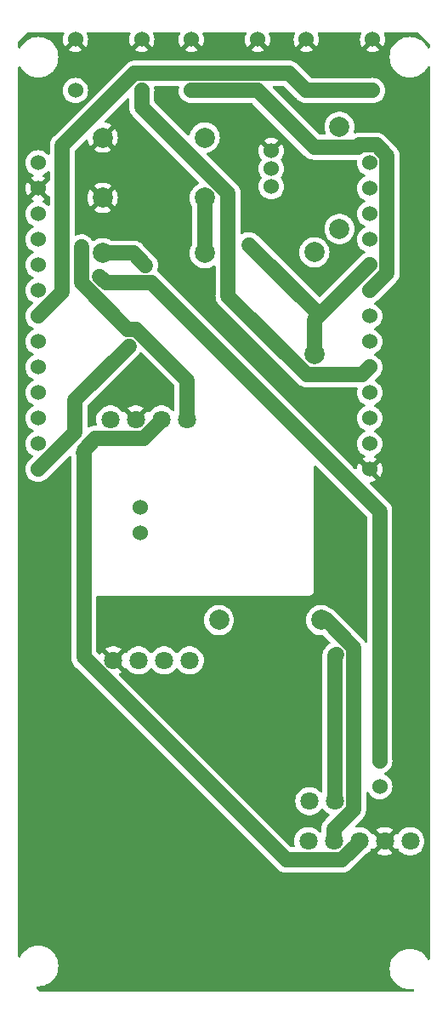
<source format=gbr>
%TF.GenerationSoftware,KiCad,Pcbnew,7.0.11+dfsg-1build4*%
%TF.CreationDate,2025-02-25T03:32:25+01:00*%
%TF.ProjectId,BertheVario213-Shema,42657274-6865-4566-9172-696f3231332d,1.11*%
%TF.SameCoordinates,Original*%
%TF.FileFunction,Copper,L1,Top*%
%TF.FilePolarity,Positive*%
%FSLAX46Y46*%
G04 Gerber Fmt 4.6, Leading zero omitted, Abs format (unit mm)*
G04 Created by KiCad (PCBNEW 7.0.11+dfsg-1build4) date 2025-02-25 03:32:25*
%MOMM*%
%LPD*%
G01*
G04 APERTURE LIST*
%TA.AperFunction,ComponentPad*%
%ADD10C,1.800000*%
%TD*%
%TA.AperFunction,ComponentPad*%
%ADD11C,1.524000*%
%TD*%
%TA.AperFunction,ComponentPad*%
%ADD12C,2.000000*%
%TD*%
%TA.AperFunction,ViaPad*%
%ADD13C,0.600000*%
%TD*%
%TA.AperFunction,Conductor*%
%ADD14C,1.500000*%
%TD*%
G04 APERTURE END LIST*
D10*
%TO.P,S1,1,1*%
%TO.N,Net-(Q1-C)*%
X153540000Y-138000000D03*
%TO.P,S1,2,2*%
%TO.N,Net-(U1-Vbat)*%
X151000000Y-138000000D03*
%TD*%
%TO.P,MS5611,1,SDA*%
%TO.N,Net-(MS5611-SDA)*%
X138810000Y-100040000D03*
%TO.P,MS5611,2,SCL*%
%TO.N,Net-(MS5611-SCL)*%
X136260000Y-100040000D03*
%TO.P,MS5611,3,GND*%
%TO.N,GNDREF*%
X133720000Y-100040000D03*
%TO.P,MS5611,4,VIN*%
%TO.N,Net-(GPS-NEO6M1-VCC)*%
X131180000Y-100040000D03*
%TD*%
D11*
%TO.P,SW1,1*%
%TO.N,Net-(U1-Bouton_Gauche)*%
X157302000Y-67330000D03*
X150698000Y-67330000D03*
%TO.P,SW1,2*%
%TO.N,GNDREF*%
X157302000Y-62250000D03*
X150698000Y-62250000D03*
%TD*%
%TO.P,Q1,1,E*%
%TO.N,GNDREF*%
X147201500Y-73315800D03*
%TO.P,Q1,2,B*%
%TO.N,Net-(Q1-B)*%
X147201500Y-75093800D03*
%TO.P,Q1,3,C*%
%TO.N,Net-(Q1-C)*%
X147201500Y-76871800D03*
%TD*%
%TO.P,SW3,1*%
%TO.N,Net-(U1-Bouton_Droit)*%
X134302000Y-67330000D03*
X127698000Y-67330000D03*
%TO.P,SW3,2*%
%TO.N,GNDREF*%
X134302000Y-62250000D03*
X127698000Y-62250000D03*
%TD*%
D12*
%TO.P,R3,1*%
%TO.N,Net-(GPS-NEO6M1-VCC)*%
X142000000Y-120000000D03*
%TO.P,R3,2*%
%TO.N,Net-(MS5611-SDA)*%
X152160000Y-120000000D03*
%TD*%
D11*
%TO.P,jumper1,1,1*%
%TO.N,Net-(U1-Rxd)*%
X158000000Y-134000000D03*
%TO.P,jumper1,2,2*%
%TO.N,Net-(GPS-NEO6M1-TX)*%
X158000000Y-136540000D03*
%TD*%
D12*
%TO.P,R4,1*%
%TO.N,Net-(GPS-NEO6M1-VCC)*%
X151500000Y-93580000D03*
%TO.P,R4,2*%
%TO.N,Net-(MS5611-SCL)*%
X151500000Y-83420000D03*
%TD*%
%TO.P,R5,1*%
%TO.N,Net-(U1-Vbat)*%
X130420000Y-83500000D03*
%TO.P,R5,2*%
%TO.N,Net-(U1-In_Vbat)*%
X140580000Y-83500000D03*
%TD*%
D10*
%TO.P,QMC5883_Mag1,1,VCC*%
%TO.N,Net-(GPS-NEO6M1-VCC)*%
X161040000Y-142000000D03*
%TO.P,QMC5883_Mag1,2,GND*%
%TO.N,GNDREF*%
X158500000Y-142000000D03*
%TO.P,QMC5883_Mag1,3,SCL*%
%TO.N,Net-(MS5611-SCL)*%
X155960000Y-142000000D03*
%TO.P,QMC5883_Mag1,4,SDA*%
%TO.N,Net-(MS5611-SDA)*%
X153420000Y-142000000D03*
%TO.P,QMC5883_Mag1,5*%
%TO.N,N/C*%
X150880000Y-142000000D03*
%TD*%
D11*
%TO.P,U1,0*%
%TO.N,N/C*%
X157000000Y-102460000D03*
%TO.P,U1,2*%
X123980000Y-94840000D03*
%TO.P,U1,12*%
X157000000Y-99920000D03*
%TO.P,U1,13*%
X123980000Y-99920000D03*
%TO.P,U1,14*%
X123980000Y-92300000D03*
%TO.P,U1,15*%
X123980000Y-97380000D03*
%TO.P,U1,19,Bouton_Gauche*%
%TO.N,Net-(U1-Bouton_Gauche)*%
X123980000Y-89760000D03*
%TO.P,U1,21,SDA*%
%TO.N,Net-(MS5611-SDA)*%
X123980000Y-79600000D03*
%TO.P,U1,22,SCL*%
%TO.N,Net-(MS5611-SCL)*%
X123980000Y-87220000D03*
%TO.P,U1,25,Speaker*%
%TO.N,Net-(U1-Speaker)*%
X157000000Y-92300000D03*
%TO.P,U1,26,Bouton_Droit*%
%TO.N,Net-(U1-Bouton_Droit)*%
X157000000Y-94840000D03*
%TO.P,U1,27*%
%TO.N,N/C*%
X157000000Y-97380000D03*
%TO.P,U1,32,Bouton_Centre*%
%TO.N,Net-(U1-Bouton_Centre)*%
X157000000Y-87220000D03*
%TO.P,U1,33*%
%TO.N,N/C*%
X157000000Y-89760000D03*
%TO.P,U1,34*%
X157000000Y-82140000D03*
%TO.P,U1,36,In_Vbat*%
%TO.N,Net-(U1-In_Vbat)*%
X157000000Y-74520000D03*
%TO.P,U1,39*%
%TO.N,N/C*%
X157000000Y-77060000D03*
%TO.P,U1,40,3v3*%
%TO.N,Net-(GPS-NEO6M1-VCC)*%
X123980000Y-74520000D03*
X157000000Y-84680000D03*
%TO.P,U1,41,Gnd*%
%TO.N,GNDREF*%
X123980000Y-77060000D03*
X157000000Y-105000000D03*
%TO.P,U1,42*%
%TO.N,N/C*%
X123980000Y-82140000D03*
%TO.P,U1,43,Rxd*%
%TO.N,Net-(U1-Rxd)*%
X123980000Y-84680000D03*
%TO.P,U1,44*%
%TO.N,N/C*%
X123980000Y-102460000D03*
%TO.P,U1,45,Vbat*%
%TO.N,Net-(U1-Vbat)*%
X123980000Y-105000000D03*
%TO.P,U1,46*%
%TO.N,N/C*%
X157000000Y-79600000D03*
%TO.P,U1,50*%
X134140000Y-108810000D03*
%TO.P,U1,51*%
X134140000Y-111350000D03*
%TD*%
D12*
%TO.P,R2,1*%
%TO.N,Net-(Q1-B)*%
X140580000Y-72000000D03*
%TO.P,R2,2*%
%TO.N,GNDREF*%
X130420000Y-72000000D03*
%TD*%
%TO.P,R6,1*%
%TO.N,Net-(U1-In_Vbat)*%
X140580000Y-78000000D03*
%TO.P,R6,2*%
%TO.N,GNDREF*%
X130420000Y-78000000D03*
%TD*%
%TO.P,R1,1*%
%TO.N,Net-(U1-Speaker)*%
X154000000Y-81080000D03*
%TO.P,R1,2*%
%TO.N,Net-(Q1-B)*%
X154000000Y-70920000D03*
%TD*%
D10*
%TO.P,GPS-NEO6M1,1,GND*%
%TO.N,GNDREF*%
X131460000Y-124000000D03*
%TO.P,GPS-NEO6M1,2,TX*%
%TO.N,Net-(GPS-NEO6M1-TX)*%
X134000000Y-124000000D03*
%TO.P,GPS-NEO6M1,3,RX*%
%TO.N,unconnected-(GPS-NEO6M1-RX-Pad3)*%
X136540000Y-124000000D03*
%TO.P,GPS-NEO6M1,4,VCC*%
%TO.N,Net-(GPS-NEO6M1-VCC)*%
X139080000Y-124000000D03*
%TD*%
D11*
%TO.P,SW2,1*%
%TO.N,Net-(U1-Bouton_Centre)*%
X145854000Y-67330000D03*
X139250000Y-67330000D03*
%TO.P,SW2,2*%
%TO.N,GNDREF*%
X145854000Y-62250000D03*
X139250000Y-62250000D03*
%TD*%
D13*
%TO.N,Net-(GPS-NEO6M1-VCC)*%
X144974500Y-82670000D03*
%TO.N,Net-(MS5611-SDA)*%
X128282800Y-82890400D03*
%TO.N,Net-(MS5611-SCL)*%
X128458600Y-103387600D03*
%TO.N,Net-(Q1-C)*%
X153678700Y-123408000D03*
%TO.N,Net-(U1-Vbat)*%
X134672100Y-84695600D03*
X133030700Y-92754100D03*
%TO.N,Net-(U1-Rxd)*%
X130135100Y-85801200D03*
%TD*%
D14*
%TO.N,Net-(GPS-NEO6M1-VCC)*%
X151500000Y-90180000D02*
X151992300Y-89687700D01*
X151500000Y-93580000D02*
X151500000Y-90180000D01*
X144974500Y-82670000D02*
X151992300Y-89687700D01*
X151992300Y-89687700D02*
X157000000Y-84680000D01*
%TO.N,Net-(MS5611-SDA)*%
X155401500Y-138826100D02*
X155401500Y-122723900D01*
X152677600Y-120000000D02*
X152160000Y-120000000D01*
X138810000Y-96126500D02*
X133735700Y-91052200D01*
X153420000Y-142000000D02*
X153420000Y-140807600D01*
X132914500Y-91052200D02*
X128282800Y-86420500D01*
X133735700Y-91052200D02*
X132914500Y-91052200D01*
X153420000Y-140807600D02*
X155401500Y-138826100D01*
X138810000Y-100040000D02*
X138810000Y-96126500D01*
X155401500Y-122723900D02*
X152677600Y-120000000D01*
X128282800Y-86420500D02*
X128282800Y-82890400D01*
%TO.N,Net-(MS5611-SCL)*%
X155960000Y-142129600D02*
X154232400Y-143857200D01*
X155960000Y-142000000D02*
X155960000Y-142129600D01*
X129711200Y-101891900D02*
X134487100Y-101891900D01*
X128528400Y-103387600D02*
X128528400Y-103074700D01*
X128528400Y-103387600D02*
X128458600Y-103387600D01*
X148698200Y-143857200D02*
X128528400Y-123687400D01*
X128528400Y-103074700D02*
X129711200Y-101891900D01*
X154232400Y-143857200D02*
X148698200Y-143857200D01*
X136260000Y-100119000D02*
X136260000Y-100040000D01*
X128528400Y-123687400D02*
X128528400Y-103387600D01*
X134487100Y-101891900D02*
X136260000Y-100119000D01*
%TO.N,Net-(Q1-C)*%
X153540000Y-123546700D02*
X153540000Y-138000000D01*
X153678700Y-123408000D02*
X153540000Y-123546700D01*
%TO.N,Net-(U1-Vbat)*%
X127641100Y-101338900D02*
X127641100Y-98143700D01*
X133476500Y-83500000D02*
X134672100Y-84695600D01*
X130420000Y-83500000D02*
X133476500Y-83500000D01*
X123980000Y-105000000D02*
X127641100Y-101338900D01*
X127641100Y-98143700D02*
X133030700Y-92754100D01*
%TO.N,Net-(U1-In_Vbat)*%
X140580000Y-78000000D02*
X140580000Y-83500000D01*
%TO.N,Net-(U1-Bouton_Gauche)*%
X157302000Y-67330000D02*
X150698000Y-67330000D01*
X133596700Y-65603200D02*
X126394200Y-72805700D01*
X126394200Y-72805700D02*
X126394200Y-87345800D01*
X148971200Y-65603200D02*
X133596700Y-65603200D01*
X150698000Y-67330000D02*
X148971200Y-65603200D01*
X126394200Y-87345800D02*
X123980000Y-89760000D01*
%TO.N,Net-(U1-Bouton_Centre)*%
X157661700Y-72755900D02*
X158730700Y-73824900D01*
X155989600Y-72755900D02*
X157661700Y-72755900D01*
X158730700Y-73824900D02*
X158730700Y-85489300D01*
X158730700Y-85489300D02*
X157000000Y-87220000D01*
X155797500Y-72948000D02*
X155989600Y-72755900D01*
X151472000Y-72948000D02*
X155797500Y-72948000D01*
X145854000Y-67330000D02*
X151472000Y-72948000D01*
X139250000Y-67330000D02*
X145854000Y-67330000D01*
%TO.N,Net-(U1-Bouton_Droit)*%
X150722200Y-95569700D02*
X142902300Y-87749800D01*
X142902300Y-87749800D02*
X142902300Y-77557400D01*
X157000000Y-94840000D02*
X156270300Y-95569700D01*
X156270300Y-95569700D02*
X150722200Y-95569700D01*
X134302000Y-68957100D02*
X134302000Y-67330000D01*
X142902300Y-77557400D02*
X134302000Y-68957100D01*
%TO.N,Net-(U1-Rxd)*%
X130135100Y-85801200D02*
X130731400Y-86397500D01*
X130731400Y-86397500D02*
X135223400Y-86397500D01*
X158000000Y-109174100D02*
X158000000Y-134000000D01*
X135223400Y-86397500D02*
X158000000Y-109174100D01*
%TD*%
%TA.AperFunction,Conductor*%
%TO.N,GNDREF*%
G36*
X151670274Y-104613294D02*
G01*
X151676752Y-104619326D01*
X156713181Y-109655755D01*
X156746666Y-109717078D01*
X156749500Y-109743436D01*
X156749500Y-122095029D01*
X156729815Y-122162068D01*
X156677011Y-122207823D01*
X156607853Y-122217767D01*
X156544297Y-122188742D01*
X156512601Y-122146310D01*
X156493508Y-122104277D01*
X156493507Y-122104274D01*
X156491017Y-122100680D01*
X156481225Y-122083864D01*
X156479329Y-122079927D01*
X156422239Y-122001350D01*
X156420628Y-121999079D01*
X156365320Y-121919245D01*
X156362225Y-121916150D01*
X156349587Y-121901353D01*
X156347021Y-121897821D01*
X156347018Y-121897818D01*
X156276821Y-121830702D01*
X156274832Y-121828757D01*
X153616416Y-119170342D01*
X153607149Y-119159973D01*
X153585106Y-119132332D01*
X153535203Y-119088732D01*
X153529107Y-119083033D01*
X153522132Y-119076058D01*
X153522121Y-119076048D01*
X153490855Y-119049945D01*
X153488739Y-119048138D01*
X153415603Y-118984240D01*
X153415597Y-118984236D01*
X153415596Y-118984235D01*
X153411841Y-118981991D01*
X153395973Y-118970732D01*
X153392619Y-118967932D01*
X153392618Y-118967931D01*
X153392613Y-118967927D01*
X153308148Y-118920001D01*
X153305744Y-118918601D01*
X153222363Y-118868784D01*
X153218269Y-118867248D01*
X153200644Y-118859002D01*
X153196845Y-118856846D01*
X153105175Y-118824769D01*
X153102566Y-118823823D01*
X153099496Y-118822671D01*
X153066898Y-118804430D01*
X152983510Y-118739527D01*
X152983509Y-118739526D01*
X152883165Y-118685222D01*
X152764811Y-118621172D01*
X152764802Y-118621169D01*
X152529616Y-118540429D01*
X152284335Y-118499500D01*
X152035665Y-118499500D01*
X151790383Y-118540429D01*
X151555197Y-118621169D01*
X151555188Y-118621172D01*
X151336493Y-118739524D01*
X151140257Y-118892261D01*
X150971833Y-119075217D01*
X150835826Y-119283393D01*
X150735936Y-119511118D01*
X150674892Y-119752175D01*
X150674890Y-119752187D01*
X150654357Y-119999994D01*
X150654357Y-120000005D01*
X150674890Y-120247812D01*
X150674892Y-120247824D01*
X150735936Y-120488881D01*
X150835826Y-120716606D01*
X150971833Y-120924782D01*
X150971836Y-120924785D01*
X151140256Y-121107738D01*
X151336491Y-121260474D01*
X151555190Y-121378828D01*
X151790386Y-121459571D01*
X152035665Y-121500500D01*
X152284330Y-121500500D01*
X152284335Y-121500500D01*
X152328749Y-121493088D01*
X152398112Y-121501468D01*
X152436841Y-121527715D01*
X153052137Y-122143011D01*
X153085622Y-122204334D01*
X153080638Y-122274026D01*
X153038766Y-122329959D01*
X153035073Y-122332620D01*
X152874042Y-122444183D01*
X152710338Y-122607885D01*
X152699975Y-122617147D01*
X152672337Y-122639189D01*
X152672334Y-122639192D01*
X152628736Y-122689092D01*
X152623048Y-122695176D01*
X152616064Y-122702160D01*
X152616051Y-122702175D01*
X152589928Y-122733464D01*
X152588125Y-122735575D01*
X152524234Y-122808704D01*
X152524230Y-122808710D01*
X152521981Y-122812474D01*
X152510746Y-122828308D01*
X152507932Y-122831679D01*
X152459978Y-122916190D01*
X152458604Y-122918549D01*
X152430207Y-122966081D01*
X152408781Y-123001942D01*
X152407247Y-123006032D01*
X152399008Y-123023645D01*
X152396850Y-123027447D01*
X152396847Y-123027454D01*
X152364762Y-123119145D01*
X152363815Y-123121757D01*
X152329692Y-123212679D01*
X152329689Y-123212688D01*
X152328909Y-123216988D01*
X152323952Y-123235769D01*
X152322503Y-123239909D01*
X152322502Y-123239915D01*
X152307304Y-123335865D01*
X152306838Y-123338606D01*
X152289500Y-123434147D01*
X152289500Y-123438527D01*
X152287973Y-123457929D01*
X152287289Y-123462240D01*
X152289469Y-123559339D01*
X152289500Y-123562121D01*
X152289500Y-137015160D01*
X152269815Y-137082199D01*
X152217011Y-137127954D01*
X152147853Y-137137898D01*
X152084297Y-137108873D01*
X152074270Y-137099143D01*
X152050319Y-137073125D01*
X151951784Y-136966087D01*
X151951779Y-136966083D01*
X151951777Y-136966081D01*
X151768634Y-136823535D01*
X151768628Y-136823531D01*
X151564504Y-136713064D01*
X151564495Y-136713061D01*
X151344984Y-136637702D01*
X151173282Y-136609050D01*
X151116049Y-136599500D01*
X150883951Y-136599500D01*
X150838164Y-136607140D01*
X150655015Y-136637702D01*
X150435504Y-136713061D01*
X150435495Y-136713064D01*
X150231371Y-136823531D01*
X150231365Y-136823535D01*
X150048222Y-136966081D01*
X150048219Y-136966084D01*
X149891016Y-137136852D01*
X149764075Y-137331151D01*
X149670842Y-137543699D01*
X149613866Y-137768691D01*
X149613864Y-137768702D01*
X149594700Y-137999993D01*
X149594700Y-138000006D01*
X149613864Y-138231297D01*
X149613866Y-138231308D01*
X149670842Y-138456300D01*
X149764075Y-138668848D01*
X149891016Y-138863147D01*
X149891019Y-138863151D01*
X149891021Y-138863153D01*
X150048216Y-139033913D01*
X150048219Y-139033915D01*
X150048222Y-139033918D01*
X150231365Y-139176464D01*
X150231371Y-139176468D01*
X150231374Y-139176470D01*
X150435497Y-139286936D01*
X150549487Y-139326068D01*
X150655015Y-139362297D01*
X150655017Y-139362297D01*
X150655019Y-139362298D01*
X150883951Y-139400500D01*
X150883952Y-139400500D01*
X151116048Y-139400500D01*
X151116049Y-139400500D01*
X151344981Y-139362298D01*
X151564503Y-139286936D01*
X151768626Y-139176470D01*
X151789628Y-139160124D01*
X151830129Y-139128600D01*
X151951784Y-139033913D01*
X152108979Y-138863153D01*
X152166191Y-138775582D01*
X152219337Y-138730226D01*
X152288568Y-138720802D01*
X152351904Y-138750304D01*
X152373809Y-138775583D01*
X152431016Y-138863147D01*
X152431019Y-138863151D01*
X152431021Y-138863153D01*
X152588216Y-139033913D01*
X152588219Y-139033915D01*
X152588222Y-139033918D01*
X152771365Y-139176464D01*
X152771376Y-139176471D01*
X152956869Y-139276855D01*
X153006460Y-139326075D01*
X153021568Y-139394291D01*
X152997398Y-139459847D01*
X152985533Y-139473591D01*
X152590344Y-139868780D01*
X152579980Y-139878043D01*
X152552337Y-139900089D01*
X152552334Y-139900092D01*
X152508736Y-139949992D01*
X152503048Y-139956076D01*
X152496064Y-139963060D01*
X152496051Y-139963075D01*
X152469928Y-139994364D01*
X152468125Y-139996475D01*
X152404234Y-140069604D01*
X152404230Y-140069610D01*
X152401981Y-140073374D01*
X152390746Y-140089208D01*
X152387932Y-140092579D01*
X152339978Y-140177090D01*
X152338604Y-140179449D01*
X152307964Y-140230733D01*
X152288781Y-140262842D01*
X152287247Y-140266932D01*
X152279008Y-140284545D01*
X152276850Y-140288347D01*
X152276847Y-140288354D01*
X152244762Y-140380045D01*
X152243815Y-140382657D01*
X152209692Y-140473579D01*
X152209689Y-140473588D01*
X152208909Y-140477888D01*
X152203952Y-140496669D01*
X152202503Y-140500809D01*
X152202502Y-140500815D01*
X152187304Y-140596765D01*
X152186838Y-140599506D01*
X152169500Y-140695047D01*
X152169500Y-140699427D01*
X152167973Y-140718829D01*
X152167289Y-140723140D01*
X152169469Y-140820239D01*
X152169500Y-140823021D01*
X152169500Y-141015160D01*
X152149815Y-141082199D01*
X152097011Y-141127954D01*
X152027853Y-141137898D01*
X151964297Y-141108873D01*
X151954270Y-141099143D01*
X151938672Y-141082199D01*
X151831784Y-140966087D01*
X151831779Y-140966083D01*
X151831777Y-140966081D01*
X151648634Y-140823535D01*
X151648628Y-140823531D01*
X151444504Y-140713064D01*
X151444495Y-140713061D01*
X151224984Y-140637702D01*
X151053282Y-140609050D01*
X150996049Y-140599500D01*
X150763951Y-140599500D01*
X150718164Y-140607140D01*
X150535015Y-140637702D01*
X150315504Y-140713061D01*
X150315495Y-140713064D01*
X150111371Y-140823531D01*
X150111365Y-140823535D01*
X149928222Y-140966081D01*
X149928219Y-140966084D01*
X149771016Y-141136852D01*
X149644075Y-141331151D01*
X149550842Y-141543699D01*
X149493866Y-141768691D01*
X149493864Y-141768702D01*
X149474700Y-141999993D01*
X149474700Y-142000006D01*
X149493864Y-142231297D01*
X149493866Y-142231305D01*
X149549820Y-142452259D01*
X149547195Y-142522080D01*
X149507239Y-142579397D01*
X149442638Y-142606014D01*
X149429614Y-142606700D01*
X149267536Y-142606700D01*
X149200497Y-142587015D01*
X149179855Y-142570381D01*
X132058608Y-125449134D01*
X132025123Y-125387811D01*
X132030107Y-125318119D01*
X132071979Y-125262186D01*
X132087272Y-125252398D01*
X132228353Y-125176048D01*
X132258797Y-125152351D01*
X132258798Y-125152351D01*
X131504400Y-124397953D01*
X131585148Y-124385165D01*
X131698045Y-124327641D01*
X131787641Y-124238045D01*
X131845165Y-124125148D01*
X131857953Y-124044400D01*
X132611185Y-124797632D01*
X132625891Y-124775125D01*
X132679037Y-124729768D01*
X132748268Y-124720344D01*
X132811604Y-124749846D01*
X132833508Y-124775123D01*
X132891021Y-124863153D01*
X133048216Y-125033913D01*
X133048219Y-125033915D01*
X133048222Y-125033918D01*
X133231365Y-125176464D01*
X133231371Y-125176468D01*
X133231374Y-125176470D01*
X133435497Y-125286936D01*
X133526330Y-125318119D01*
X133655015Y-125362297D01*
X133655017Y-125362297D01*
X133655019Y-125362298D01*
X133883951Y-125400500D01*
X133883952Y-125400500D01*
X134116048Y-125400500D01*
X134116049Y-125400500D01*
X134344981Y-125362298D01*
X134564503Y-125286936D01*
X134768626Y-125176470D01*
X134951784Y-125033913D01*
X135108979Y-124863153D01*
X135166191Y-124775582D01*
X135219337Y-124730226D01*
X135288568Y-124720802D01*
X135351904Y-124750304D01*
X135373809Y-124775583D01*
X135431016Y-124863147D01*
X135431018Y-124863149D01*
X135431021Y-124863153D01*
X135588216Y-125033913D01*
X135588219Y-125033915D01*
X135588222Y-125033918D01*
X135771365Y-125176464D01*
X135771371Y-125176468D01*
X135771374Y-125176470D01*
X135975497Y-125286936D01*
X136066330Y-125318119D01*
X136195015Y-125362297D01*
X136195017Y-125362297D01*
X136195019Y-125362298D01*
X136423951Y-125400500D01*
X136423952Y-125400500D01*
X136656048Y-125400500D01*
X136656049Y-125400500D01*
X136884981Y-125362298D01*
X137104503Y-125286936D01*
X137308626Y-125176470D01*
X137491784Y-125033913D01*
X137648979Y-124863153D01*
X137706191Y-124775582D01*
X137759337Y-124730226D01*
X137828568Y-124720802D01*
X137891904Y-124750304D01*
X137913809Y-124775583D01*
X137971016Y-124863147D01*
X137971018Y-124863149D01*
X137971021Y-124863153D01*
X138128216Y-125033913D01*
X138128219Y-125033915D01*
X138128222Y-125033918D01*
X138311365Y-125176464D01*
X138311371Y-125176468D01*
X138311374Y-125176470D01*
X138515497Y-125286936D01*
X138606330Y-125318119D01*
X138735015Y-125362297D01*
X138735017Y-125362297D01*
X138735019Y-125362298D01*
X138963951Y-125400500D01*
X138963952Y-125400500D01*
X139196048Y-125400500D01*
X139196049Y-125400500D01*
X139424981Y-125362298D01*
X139644503Y-125286936D01*
X139848626Y-125176470D01*
X140031784Y-125033913D01*
X140188979Y-124863153D01*
X140315924Y-124668849D01*
X140409157Y-124456300D01*
X140466134Y-124231305D01*
X140466135Y-124231297D01*
X140485300Y-124000006D01*
X140485300Y-123999993D01*
X140466135Y-123768702D01*
X140466133Y-123768691D01*
X140409157Y-123543699D01*
X140315924Y-123331151D01*
X140188983Y-123136852D01*
X140188980Y-123136849D01*
X140188979Y-123136847D01*
X140031784Y-122966087D01*
X140031779Y-122966083D01*
X140031777Y-122966081D01*
X139848634Y-122823535D01*
X139848628Y-122823531D01*
X139644504Y-122713064D01*
X139644495Y-122713061D01*
X139424984Y-122637702D01*
X139253282Y-122609050D01*
X139196049Y-122599500D01*
X138963951Y-122599500D01*
X138918164Y-122607140D01*
X138735015Y-122637702D01*
X138515504Y-122713061D01*
X138515495Y-122713064D01*
X138311371Y-122823531D01*
X138311365Y-122823535D01*
X138128222Y-122966081D01*
X138128219Y-122966084D01*
X137971016Y-123136852D01*
X137913809Y-123224416D01*
X137860662Y-123269773D01*
X137791431Y-123279197D01*
X137728095Y-123249695D01*
X137706191Y-123224416D01*
X137648983Y-123136852D01*
X137648980Y-123136849D01*
X137648979Y-123136847D01*
X137491784Y-122966087D01*
X137491779Y-122966083D01*
X137491777Y-122966081D01*
X137308634Y-122823535D01*
X137308628Y-122823531D01*
X137104504Y-122713064D01*
X137104495Y-122713061D01*
X136884984Y-122637702D01*
X136713282Y-122609050D01*
X136656049Y-122599500D01*
X136423951Y-122599500D01*
X136378164Y-122607140D01*
X136195015Y-122637702D01*
X135975504Y-122713061D01*
X135975495Y-122713064D01*
X135771371Y-122823531D01*
X135771365Y-122823535D01*
X135588222Y-122966081D01*
X135588219Y-122966084D01*
X135431016Y-123136852D01*
X135373809Y-123224416D01*
X135320662Y-123269773D01*
X135251431Y-123279197D01*
X135188095Y-123249695D01*
X135166191Y-123224416D01*
X135108983Y-123136852D01*
X135108980Y-123136849D01*
X135108979Y-123136847D01*
X134951784Y-122966087D01*
X134951779Y-122966083D01*
X134951777Y-122966081D01*
X134768634Y-122823535D01*
X134768628Y-122823531D01*
X134564504Y-122713064D01*
X134564495Y-122713061D01*
X134344984Y-122637702D01*
X134173282Y-122609050D01*
X134116049Y-122599500D01*
X133883951Y-122599500D01*
X133838164Y-122607140D01*
X133655015Y-122637702D01*
X133435504Y-122713061D01*
X133435495Y-122713064D01*
X133231371Y-122823531D01*
X133231365Y-122823535D01*
X133048222Y-122966081D01*
X133048219Y-122966084D01*
X133048216Y-122966086D01*
X133048216Y-122966087D01*
X132904913Y-123121757D01*
X132891015Y-123136854D01*
X132833509Y-123224874D01*
X132780363Y-123270230D01*
X132711132Y-123279654D01*
X132647796Y-123250152D01*
X132625892Y-123224874D01*
X132611186Y-123202365D01*
X131857953Y-123955598D01*
X131845165Y-123874852D01*
X131787641Y-123761955D01*
X131698045Y-123672359D01*
X131585148Y-123614835D01*
X131504400Y-123602046D01*
X132258797Y-122847647D01*
X132258797Y-122847645D01*
X132228360Y-122823955D01*
X132228354Y-122823951D01*
X132024302Y-122713523D01*
X132024293Y-122713520D01*
X131804860Y-122638188D01*
X131576007Y-122600000D01*
X131343993Y-122600000D01*
X131115139Y-122638188D01*
X130895706Y-122713520D01*
X130895697Y-122713523D01*
X130691650Y-122823949D01*
X130661200Y-122847647D01*
X131415600Y-123602046D01*
X131334852Y-123614835D01*
X131221955Y-123672359D01*
X131132359Y-123761955D01*
X131074835Y-123874852D01*
X131062046Y-123955599D01*
X130308811Y-123202365D01*
X130224516Y-123331390D01*
X130210935Y-123362353D01*
X130165979Y-123415839D01*
X130099243Y-123436529D01*
X130031915Y-123417854D01*
X130009698Y-123400224D01*
X129815219Y-123205745D01*
X129781734Y-123144422D01*
X129778900Y-123118064D01*
X129778900Y-120000005D01*
X140494357Y-120000005D01*
X140514890Y-120247812D01*
X140514892Y-120247824D01*
X140575936Y-120488881D01*
X140675826Y-120716606D01*
X140811833Y-120924782D01*
X140811836Y-120924785D01*
X140980256Y-121107738D01*
X141176491Y-121260474D01*
X141395190Y-121378828D01*
X141630386Y-121459571D01*
X141875665Y-121500500D01*
X142124335Y-121500500D01*
X142369614Y-121459571D01*
X142604810Y-121378828D01*
X142823509Y-121260474D01*
X143019744Y-121107738D01*
X143188164Y-120924785D01*
X143324173Y-120716607D01*
X143424063Y-120488881D01*
X143485108Y-120247821D01*
X143505643Y-120000000D01*
X143485108Y-119752179D01*
X143424063Y-119511119D01*
X143324173Y-119283393D01*
X143188166Y-119075217D01*
X143164901Y-119049945D01*
X143019744Y-118892262D01*
X142823509Y-118739526D01*
X142823507Y-118739525D01*
X142823506Y-118739524D01*
X142604811Y-118621172D01*
X142604802Y-118621169D01*
X142369616Y-118540429D01*
X142124335Y-118499500D01*
X141875665Y-118499500D01*
X141630383Y-118540429D01*
X141395197Y-118621169D01*
X141395188Y-118621172D01*
X141176493Y-118739524D01*
X140980257Y-118892261D01*
X140811833Y-119075217D01*
X140675826Y-119283393D01*
X140575936Y-119511118D01*
X140514892Y-119752175D01*
X140514890Y-119752187D01*
X140494357Y-119999994D01*
X140494357Y-120000005D01*
X129778900Y-120000005D01*
X129778900Y-117679929D01*
X129798585Y-117612890D01*
X129851389Y-117567135D01*
X129902900Y-117555929D01*
X151036531Y-117555929D01*
X151036532Y-117555929D01*
X151062724Y-117548238D01*
X151080007Y-117544479D01*
X151084453Y-117543839D01*
X151107028Y-117540594D01*
X151131858Y-117529253D01*
X151148433Y-117523071D01*
X151174624Y-117515382D01*
X151197591Y-117500621D01*
X151213111Y-117492146D01*
X151237944Y-117480806D01*
X151258577Y-117462926D01*
X151272719Y-117452339D01*
X151295699Y-117437572D01*
X151313586Y-117416928D01*
X151326070Y-117404444D01*
X151346714Y-117386557D01*
X151361481Y-117363577D01*
X151372068Y-117349435D01*
X151389948Y-117328802D01*
X151401288Y-117303969D01*
X151409763Y-117288449D01*
X151424524Y-117265482D01*
X151432213Y-117239291D01*
X151438395Y-117222716D01*
X151449736Y-117197886D01*
X151453621Y-117170865D01*
X151457380Y-117153582D01*
X151465071Y-117127390D01*
X151465071Y-116983468D01*
X151465071Y-104707007D01*
X151484756Y-104639968D01*
X151537560Y-104594213D01*
X151606718Y-104584269D01*
X151670274Y-104613294D01*
G37*
%TD.AperFunction*%
%TA.AperFunction,Conductor*%
G36*
X132970834Y-68100054D02*
G01*
X133026767Y-68141926D01*
X133051184Y-68207390D01*
X133051500Y-68216236D01*
X133051500Y-68879914D01*
X133050720Y-68893798D01*
X133046762Y-68928922D01*
X133046761Y-68928930D01*
X133051219Y-68995031D01*
X133051500Y-69003373D01*
X133051500Y-69013256D01*
X133055153Y-69053849D01*
X133055371Y-69056621D01*
X133061903Y-69153507D01*
X133061903Y-69153512D01*
X133062972Y-69157752D01*
X133066230Y-69176924D01*
X133066623Y-69181290D01*
X133092465Y-69274924D01*
X133093158Y-69277547D01*
X133107971Y-69336334D01*
X133116903Y-69371781D01*
X133118715Y-69375770D01*
X133125340Y-69394044D01*
X133126504Y-69398262D01*
X133126507Y-69398270D01*
X133168657Y-69485798D01*
X133169835Y-69488316D01*
X133209993Y-69576726D01*
X133209994Y-69576729D01*
X133212483Y-69580321D01*
X133222269Y-69597126D01*
X133224166Y-69601065D01*
X133224171Y-69601073D01*
X133281311Y-69679720D01*
X133282835Y-69681868D01*
X133320433Y-69736138D01*
X133338181Y-69761756D01*
X133341273Y-69764848D01*
X133353907Y-69779639D01*
X133356478Y-69783178D01*
X133356482Y-69783182D01*
X133426699Y-69850317D01*
X133428688Y-69852262D01*
X140001912Y-76425486D01*
X140035397Y-76486809D01*
X140030413Y-76556501D01*
X139988541Y-76612434D01*
X139973249Y-76622222D01*
X139756493Y-76739524D01*
X139560257Y-76892261D01*
X139391833Y-77075217D01*
X139255826Y-77283393D01*
X139155936Y-77511118D01*
X139094892Y-77752175D01*
X139094890Y-77752187D01*
X139074357Y-77999994D01*
X139074357Y-78000005D01*
X139094890Y-78247812D01*
X139094892Y-78247824D01*
X139155936Y-78488881D01*
X139255826Y-78716606D01*
X139309309Y-78798468D01*
X139329496Y-78865357D01*
X139329500Y-78866289D01*
X139329500Y-82633710D01*
X139309815Y-82700749D01*
X139309309Y-82701531D01*
X139255826Y-82783393D01*
X139155936Y-83011118D01*
X139094892Y-83252175D01*
X139094890Y-83252187D01*
X139074357Y-83499994D01*
X139074357Y-83500005D01*
X139094890Y-83747812D01*
X139094892Y-83747824D01*
X139155936Y-83988881D01*
X139255826Y-84216606D01*
X139391833Y-84424782D01*
X139391836Y-84424785D01*
X139560256Y-84607738D01*
X139756491Y-84760474D01*
X139975190Y-84878828D01*
X140210386Y-84959571D01*
X140455665Y-85000500D01*
X140704335Y-85000500D01*
X140949614Y-84959571D01*
X141184810Y-84878828D01*
X141403509Y-84760474D01*
X141451640Y-84723011D01*
X141516631Y-84697370D01*
X141585171Y-84710936D01*
X141635496Y-84759404D01*
X141651800Y-84820866D01*
X141651800Y-87672614D01*
X141651020Y-87686498D01*
X141647062Y-87721622D01*
X141647061Y-87721630D01*
X141651519Y-87787731D01*
X141651800Y-87796073D01*
X141651800Y-87805956D01*
X141655453Y-87846549D01*
X141655671Y-87849321D01*
X141662203Y-87946207D01*
X141662203Y-87946212D01*
X141663272Y-87950452D01*
X141666530Y-87969624D01*
X141666923Y-87973990D01*
X141692765Y-88067624D01*
X141693458Y-88070247D01*
X141708271Y-88129034D01*
X141717203Y-88164481D01*
X141719015Y-88168470D01*
X141725640Y-88186744D01*
X141726804Y-88190962D01*
X141726807Y-88190970D01*
X141768957Y-88278498D01*
X141770135Y-88281016D01*
X141810293Y-88369426D01*
X141810294Y-88369429D01*
X141812783Y-88373021D01*
X141822569Y-88389826D01*
X141824466Y-88393765D01*
X141824471Y-88393773D01*
X141881611Y-88472420D01*
X141883135Y-88474568D01*
X141920733Y-88528838D01*
X141938481Y-88554456D01*
X141941573Y-88557548D01*
X141954207Y-88572339D01*
X141956778Y-88575878D01*
X141956782Y-88575882D01*
X142026999Y-88643017D01*
X142028988Y-88644962D01*
X149783382Y-96399356D01*
X149792648Y-96409724D01*
X149814692Y-96437366D01*
X149864595Y-96480966D01*
X149870691Y-96486665D01*
X149877671Y-96493645D01*
X149908971Y-96519776D01*
X149911059Y-96521560D01*
X149984204Y-96585465D01*
X149987953Y-96587705D01*
X150003822Y-96598964D01*
X150007180Y-96601767D01*
X150007183Y-96601770D01*
X150091666Y-96649706D01*
X150094034Y-96651084D01*
X150177436Y-96700915D01*
X150181526Y-96702449D01*
X150199150Y-96710695D01*
X150202949Y-96712851D01*
X150202951Y-96712852D01*
X150202955Y-96712854D01*
X150294679Y-96744949D01*
X150297220Y-96745870D01*
X150388176Y-96780007D01*
X150392466Y-96780785D01*
X150411294Y-96785755D01*
X150415418Y-96787198D01*
X150511479Y-96802412D01*
X150514027Y-96802845D01*
X150592222Y-96817036D01*
X150609652Y-96820200D01*
X150609653Y-96820200D01*
X150614022Y-96820200D01*
X150633420Y-96821726D01*
X150637741Y-96822411D01*
X150734867Y-96820230D01*
X150737649Y-96820200D01*
X155681361Y-96820200D01*
X155748400Y-96839885D01*
X155794155Y-96892689D01*
X155804099Y-96961847D01*
X155801136Y-96976294D01*
X155751930Y-97159929D01*
X155751929Y-97159937D01*
X155732677Y-97379997D01*
X155732677Y-97380002D01*
X155751929Y-97600062D01*
X155751930Y-97600070D01*
X155809104Y-97813445D01*
X155809105Y-97813447D01*
X155809106Y-97813450D01*
X155820048Y-97836915D01*
X155902466Y-98013662D01*
X155902468Y-98013666D01*
X156029170Y-98194615D01*
X156029175Y-98194621D01*
X156185378Y-98350824D01*
X156185384Y-98350829D01*
X156366333Y-98477531D01*
X156366335Y-98477532D01*
X156366338Y-98477534D01*
X156485748Y-98533215D01*
X156495189Y-98537618D01*
X156547628Y-98583790D01*
X156566780Y-98650984D01*
X156546564Y-98717865D01*
X156495189Y-98762382D01*
X156366340Y-98822465D01*
X156366338Y-98822466D01*
X156185377Y-98949175D01*
X156029175Y-99105377D01*
X155902466Y-99286338D01*
X155902465Y-99286340D01*
X155809107Y-99486548D01*
X155809104Y-99486554D01*
X155751930Y-99699929D01*
X155751929Y-99699937D01*
X155732677Y-99919997D01*
X155732677Y-99920002D01*
X155751929Y-100140062D01*
X155751930Y-100140070D01*
X155809104Y-100353445D01*
X155809105Y-100353447D01*
X155809106Y-100353450D01*
X155842547Y-100425165D01*
X155902466Y-100553662D01*
X155902468Y-100553666D01*
X156029170Y-100734615D01*
X156029175Y-100734621D01*
X156185378Y-100890824D01*
X156185384Y-100890829D01*
X156366333Y-101017531D01*
X156366335Y-101017532D01*
X156366338Y-101017534D01*
X156485748Y-101073215D01*
X156495189Y-101077618D01*
X156547628Y-101123790D01*
X156566780Y-101190984D01*
X156546564Y-101257865D01*
X156495189Y-101302382D01*
X156366340Y-101362465D01*
X156366338Y-101362466D01*
X156185377Y-101489175D01*
X156029175Y-101645377D01*
X155902466Y-101826338D01*
X155902465Y-101826340D01*
X155809107Y-102026548D01*
X155809104Y-102026554D01*
X155751930Y-102239929D01*
X155751929Y-102239937D01*
X155732677Y-102459997D01*
X155732677Y-102460002D01*
X155751929Y-102680062D01*
X155751930Y-102680070D01*
X155809104Y-102893445D01*
X155809105Y-102893447D01*
X155809106Y-102893450D01*
X155858558Y-102999500D01*
X155902466Y-103093662D01*
X155902468Y-103093666D01*
X156029170Y-103274615D01*
X156029175Y-103274621D01*
X156185378Y-103430824D01*
X156185384Y-103430829D01*
X156366333Y-103557531D01*
X156366335Y-103557532D01*
X156366338Y-103557534D01*
X156495781Y-103617894D01*
X156548220Y-103664066D01*
X156567372Y-103731260D01*
X156547156Y-103798141D01*
X156495781Y-103842658D01*
X156366590Y-103902901D01*
X156301811Y-103948258D01*
X156972553Y-104619000D01*
X156968431Y-104619000D01*
X156874579Y-104634661D01*
X156762749Y-104695180D01*
X156676629Y-104788731D01*
X156625552Y-104905177D01*
X156619894Y-104973447D01*
X155948258Y-104301811D01*
X155902901Y-104366590D01*
X155809579Y-104566720D01*
X155809575Y-104566729D01*
X155752426Y-104780013D01*
X155752424Y-104780023D01*
X155745188Y-104862732D01*
X155719735Y-104927801D01*
X155663144Y-104968779D01*
X155593382Y-104972657D01*
X155533979Y-104939605D01*
X136162216Y-85567842D01*
X136152949Y-85557473D01*
X136130906Y-85529832D01*
X136081003Y-85486232D01*
X136074907Y-85480533D01*
X136067932Y-85473558D01*
X136067921Y-85473548D01*
X136036655Y-85447445D01*
X136034539Y-85445638D01*
X135961403Y-85381740D01*
X135961397Y-85381736D01*
X135961396Y-85381735D01*
X135957641Y-85379491D01*
X135941773Y-85368232D01*
X135938419Y-85365432D01*
X135938417Y-85365431D01*
X135938415Y-85365429D01*
X135883170Y-85334082D01*
X135834577Y-85283877D01*
X135820842Y-85215371D01*
X135833885Y-85169931D01*
X135837399Y-85163035D01*
X135902136Y-84947451D01*
X135927338Y-84723773D01*
X135912196Y-84499188D01*
X135873289Y-84344785D01*
X135857197Y-84280921D01*
X135857196Y-84280918D01*
X135841587Y-84246554D01*
X135764107Y-84075975D01*
X135635920Y-83890946D01*
X134415316Y-82670342D01*
X134406049Y-82659973D01*
X134384006Y-82632332D01*
X134334103Y-82588732D01*
X134328007Y-82583033D01*
X134321032Y-82576058D01*
X134321021Y-82576048D01*
X134289755Y-82549945D01*
X134287639Y-82548138D01*
X134214503Y-82484240D01*
X134214497Y-82484236D01*
X134214496Y-82484235D01*
X134210741Y-82481991D01*
X134194873Y-82470732D01*
X134191519Y-82467932D01*
X134191518Y-82467931D01*
X134191513Y-82467927D01*
X134107048Y-82420001D01*
X134104644Y-82418601D01*
X134021263Y-82368784D01*
X134017169Y-82367248D01*
X133999544Y-82359002D01*
X133995745Y-82356846D01*
X133904069Y-82324767D01*
X133901453Y-82323819D01*
X133810529Y-82289694D01*
X133810519Y-82289691D01*
X133806223Y-82288912D01*
X133787418Y-82283949D01*
X133783284Y-82282502D01*
X133783277Y-82282501D01*
X133687348Y-82267307D01*
X133684605Y-82266841D01*
X133589050Y-82249500D01*
X133589047Y-82249500D01*
X133584672Y-82249500D01*
X133565269Y-82247972D01*
X133560960Y-82247289D01*
X133463859Y-82249469D01*
X133461077Y-82249500D01*
X131293341Y-82249500D01*
X131234324Y-82234555D01*
X131024816Y-82121175D01*
X131024813Y-82121174D01*
X131024810Y-82121172D01*
X131024804Y-82121170D01*
X131024802Y-82121169D01*
X130789616Y-82040429D01*
X130544335Y-81999500D01*
X130295665Y-81999500D01*
X130050383Y-82040429D01*
X129815197Y-82121169D01*
X129815188Y-82121172D01*
X129596489Y-82239527D01*
X129543356Y-82280881D01*
X129478361Y-82306522D01*
X129409821Y-82292954D01*
X129364696Y-82250354D01*
X129363902Y-82250932D01*
X129360831Y-82246706D01*
X129360749Y-82246628D01*
X129360628Y-82246426D01*
X129228326Y-82064327D01*
X129228325Y-82064325D01*
X129065623Y-81908766D01*
X128877766Y-81784763D01*
X128670795Y-81696299D01*
X128670782Y-81696295D01*
X128451342Y-81646210D01*
X128451338Y-81646209D01*
X128451337Y-81646209D01*
X128451336Y-81646208D01*
X128451331Y-81646208D01*
X128226474Y-81636110D01*
X128226473Y-81636110D01*
X128226470Y-81636110D01*
X128003413Y-81666325D01*
X128003411Y-81666325D01*
X128003408Y-81666326D01*
X127807018Y-81730137D01*
X127737177Y-81732132D01*
X127677344Y-81696052D01*
X127646516Y-81633351D01*
X127644700Y-81612206D01*
X127644700Y-78000005D01*
X128914859Y-78000005D01*
X128935385Y-78247729D01*
X128935387Y-78247738D01*
X128996412Y-78488717D01*
X129096266Y-78716364D01*
X129196564Y-78869882D01*
X130022046Y-78044400D01*
X130034835Y-78125148D01*
X130092359Y-78238045D01*
X130181955Y-78327641D01*
X130294852Y-78385165D01*
X130375599Y-78397953D01*
X129549942Y-79223609D01*
X129596768Y-79260055D01*
X129596770Y-79260056D01*
X129815385Y-79378364D01*
X129815396Y-79378369D01*
X130050506Y-79459083D01*
X130295707Y-79500000D01*
X130544293Y-79500000D01*
X130789493Y-79459083D01*
X131024603Y-79378369D01*
X131024614Y-79378364D01*
X131243228Y-79260057D01*
X131243231Y-79260055D01*
X131290056Y-79223609D01*
X130464400Y-78397953D01*
X130545148Y-78385165D01*
X130658045Y-78327641D01*
X130747641Y-78238045D01*
X130805165Y-78125148D01*
X130817953Y-78044401D01*
X131643434Y-78869882D01*
X131743731Y-78716369D01*
X131843587Y-78488717D01*
X131904612Y-78247738D01*
X131904614Y-78247729D01*
X131925141Y-78000005D01*
X131925141Y-77999994D01*
X131904614Y-77752270D01*
X131904612Y-77752261D01*
X131843587Y-77511282D01*
X131743731Y-77283630D01*
X131643434Y-77130116D01*
X130817953Y-77955598D01*
X130805165Y-77874852D01*
X130747641Y-77761955D01*
X130658045Y-77672359D01*
X130545148Y-77614835D01*
X130464401Y-77602046D01*
X131290057Y-76776390D01*
X131290056Y-76776389D01*
X131243229Y-76739943D01*
X131024614Y-76621635D01*
X131024603Y-76621630D01*
X130789493Y-76540916D01*
X130544293Y-76500000D01*
X130295707Y-76500000D01*
X130050506Y-76540916D01*
X129815396Y-76621630D01*
X129815390Y-76621632D01*
X129596761Y-76739949D01*
X129549942Y-76776388D01*
X129549942Y-76776390D01*
X130375599Y-77602046D01*
X130294852Y-77614835D01*
X130181955Y-77672359D01*
X130092359Y-77761955D01*
X130034835Y-77874852D01*
X130022046Y-77955598D01*
X129196564Y-77130116D01*
X129096267Y-77283632D01*
X128996412Y-77511282D01*
X128935387Y-77752261D01*
X128935385Y-77752270D01*
X128914859Y-77999994D01*
X128914859Y-78000005D01*
X127644700Y-78000005D01*
X127644700Y-73375035D01*
X127664385Y-73307996D01*
X127681014Y-73287359D01*
X128737683Y-72230690D01*
X128799002Y-72197208D01*
X128868694Y-72202192D01*
X128924627Y-72244064D01*
X128945566Y-72287934D01*
X128996411Y-72488716D01*
X129096266Y-72716364D01*
X129196564Y-72869882D01*
X130022046Y-72044399D01*
X130034835Y-72125148D01*
X130092359Y-72238045D01*
X130181955Y-72327641D01*
X130294852Y-72385165D01*
X130375599Y-72397953D01*
X129549942Y-73223609D01*
X129596768Y-73260055D01*
X129596770Y-73260056D01*
X129815385Y-73378364D01*
X129815396Y-73378369D01*
X130050506Y-73459083D01*
X130295707Y-73500000D01*
X130544293Y-73500000D01*
X130789493Y-73459083D01*
X131024603Y-73378369D01*
X131024614Y-73378364D01*
X131243228Y-73260057D01*
X131243231Y-73260055D01*
X131290056Y-73223609D01*
X130464400Y-72397953D01*
X130545148Y-72385165D01*
X130658045Y-72327641D01*
X130747641Y-72238045D01*
X130805165Y-72125148D01*
X130817953Y-72044401D01*
X131643434Y-72869882D01*
X131743731Y-72716369D01*
X131843587Y-72488717D01*
X131904612Y-72247738D01*
X131904614Y-72247729D01*
X131925141Y-72000005D01*
X131925141Y-71999994D01*
X131904614Y-71752270D01*
X131904612Y-71752261D01*
X131843587Y-71511282D01*
X131743731Y-71283630D01*
X131643434Y-71130116D01*
X130817953Y-71955598D01*
X130805165Y-71874852D01*
X130747641Y-71761955D01*
X130658045Y-71672359D01*
X130545148Y-71614835D01*
X130464399Y-71602046D01*
X131290057Y-70776389D01*
X131243229Y-70739943D01*
X131024614Y-70621635D01*
X131024603Y-70621630D01*
X130789493Y-70540916D01*
X130716841Y-70528793D01*
X130653956Y-70498342D01*
X130617516Y-70438728D01*
X130619092Y-70368876D01*
X130649568Y-70318805D01*
X132839819Y-68128555D01*
X132901142Y-68095070D01*
X132970834Y-68100054D01*
G37*
%TD.AperFunction*%
%TA.AperFunction,Conductor*%
G36*
X134282504Y-93368879D02*
G01*
X134294266Y-93379240D01*
X137523181Y-96608155D01*
X137556666Y-96669478D01*
X137559500Y-96695836D01*
X137559500Y-99066023D01*
X137539815Y-99133062D01*
X137487011Y-99178817D01*
X137417853Y-99188761D01*
X137354297Y-99159736D01*
X137344270Y-99150006D01*
X137303189Y-99105380D01*
X137211784Y-99006087D01*
X137211779Y-99006083D01*
X137211777Y-99006081D01*
X137028634Y-98863535D01*
X137028628Y-98863531D01*
X136824504Y-98753064D01*
X136824495Y-98753061D01*
X136604984Y-98677702D01*
X136433081Y-98649017D01*
X136376049Y-98639500D01*
X136143951Y-98639500D01*
X136105017Y-98645997D01*
X135915015Y-98677702D01*
X135695504Y-98753061D01*
X135695495Y-98753064D01*
X135491371Y-98863531D01*
X135491365Y-98863535D01*
X135308222Y-99006081D01*
X135308219Y-99006084D01*
X135308216Y-99006086D01*
X135308216Y-99006087D01*
X135216814Y-99105377D01*
X135151015Y-99176854D01*
X135093509Y-99264874D01*
X135040363Y-99310230D01*
X134971132Y-99319654D01*
X134907796Y-99290152D01*
X134885892Y-99264874D01*
X134871186Y-99242365D01*
X134117953Y-99995598D01*
X134105165Y-99914852D01*
X134047641Y-99801955D01*
X133958045Y-99712359D01*
X133845148Y-99654835D01*
X133764400Y-99642046D01*
X134518797Y-98887647D01*
X134518797Y-98887645D01*
X134488360Y-98863955D01*
X134488354Y-98863951D01*
X134284302Y-98753523D01*
X134284293Y-98753520D01*
X134064860Y-98678188D01*
X133836007Y-98640000D01*
X133603993Y-98640000D01*
X133375139Y-98678188D01*
X133155706Y-98753520D01*
X133155697Y-98753523D01*
X132951650Y-98863949D01*
X132921200Y-98887647D01*
X133675600Y-99642046D01*
X133594852Y-99654835D01*
X133481955Y-99712359D01*
X133392359Y-99801955D01*
X133334835Y-99914852D01*
X133322046Y-99995600D01*
X132568811Y-99242365D01*
X132554106Y-99264873D01*
X132500959Y-99310230D01*
X132431728Y-99319653D01*
X132368392Y-99290150D01*
X132346489Y-99264873D01*
X132288981Y-99176850D01*
X132288980Y-99176849D01*
X132288979Y-99176847D01*
X132131784Y-99006087D01*
X132131779Y-99006083D01*
X132131777Y-99006081D01*
X131948634Y-98863535D01*
X131948628Y-98863531D01*
X131744504Y-98753064D01*
X131744495Y-98753061D01*
X131524984Y-98677702D01*
X131353081Y-98649017D01*
X131296049Y-98639500D01*
X131063951Y-98639500D01*
X131025017Y-98645997D01*
X130835015Y-98677702D01*
X130615504Y-98753061D01*
X130615495Y-98753064D01*
X130411371Y-98863531D01*
X130411365Y-98863535D01*
X130228222Y-99006081D01*
X130228219Y-99006084D01*
X130071016Y-99176852D01*
X129944075Y-99371151D01*
X129850842Y-99583699D01*
X129793866Y-99808691D01*
X129793864Y-99808702D01*
X129774700Y-100039993D01*
X129774700Y-100040006D01*
X129793864Y-100271297D01*
X129793866Y-100271308D01*
X129847414Y-100482760D01*
X129844789Y-100552580D01*
X129804833Y-100609897D01*
X129740232Y-100636514D01*
X129735551Y-100636919D01*
X129679881Y-100640673D01*
X129673265Y-100641119D01*
X129664925Y-100641400D01*
X129655038Y-100641400D01*
X129614451Y-100645052D01*
X129611682Y-100645270D01*
X129514790Y-100651803D01*
X129510549Y-100652872D01*
X129491376Y-100656130D01*
X129487008Y-100656523D01*
X129393385Y-100682362D01*
X129390695Y-100683072D01*
X129296519Y-100706802D01*
X129292522Y-100708618D01*
X129274259Y-100715239D01*
X129270031Y-100716406D01*
X129182516Y-100758549D01*
X129180000Y-100759726D01*
X129091576Y-100799891D01*
X129091571Y-100799894D01*
X129087975Y-100802386D01*
X129071140Y-100812186D01*
X129069376Y-100813035D01*
X129000432Y-100824372D01*
X128936304Y-100796635D01*
X128897352Y-100738630D01*
X128891600Y-100701303D01*
X128891600Y-98713036D01*
X128911285Y-98645997D01*
X128927919Y-98625355D01*
X131440597Y-96112677D01*
X133954644Y-93598630D01*
X134062768Y-93469119D01*
X134098738Y-93405725D01*
X134148940Y-93357134D01*
X134217446Y-93343398D01*
X134282504Y-93368879D01*
G37*
%TD.AperFunction*%
%TA.AperFunction,Conductor*%
G36*
X137976026Y-66873385D02*
G01*
X138021781Y-66926189D01*
X138031725Y-66995347D01*
X138028762Y-67009793D01*
X138001931Y-67109926D01*
X138001929Y-67109937D01*
X137982677Y-67329997D01*
X137982677Y-67330002D01*
X138001929Y-67550062D01*
X138001930Y-67550070D01*
X138059104Y-67763445D01*
X138059105Y-67763447D01*
X138059106Y-67763450D01*
X138152466Y-67963662D01*
X138152468Y-67963666D01*
X138279170Y-68144615D01*
X138279175Y-68144621D01*
X138435378Y-68300824D01*
X138435384Y-68300829D01*
X138616333Y-68427531D01*
X138616335Y-68427532D01*
X138616338Y-68427534D01*
X138816550Y-68520894D01*
X139029932Y-68578070D01*
X139187123Y-68591822D01*
X139249998Y-68597323D01*
X139250000Y-68597323D01*
X139250002Y-68597323D01*
X139436897Y-68580972D01*
X139447704Y-68580500D01*
X145284664Y-68580500D01*
X145351703Y-68600185D01*
X145372345Y-68616819D01*
X150533182Y-73777656D01*
X150542448Y-73788024D01*
X150564492Y-73815666D01*
X150614395Y-73859266D01*
X150620491Y-73864965D01*
X150627471Y-73871945D01*
X150655223Y-73895114D01*
X150658714Y-73898028D01*
X150660833Y-73899837D01*
X150734005Y-73963766D01*
X150737755Y-73966006D01*
X150753626Y-73977266D01*
X150756982Y-73980068D01*
X150756984Y-73980069D01*
X150841454Y-74027999D01*
X150843821Y-74029377D01*
X150927236Y-74079215D01*
X150931327Y-74080750D01*
X150948946Y-74088992D01*
X150952755Y-74091154D01*
X150952759Y-74091156D01*
X151012648Y-74112111D01*
X151044479Y-74123249D01*
X151047020Y-74124170D01*
X151137976Y-74158307D01*
X151142266Y-74159085D01*
X151161094Y-74164055D01*
X151165218Y-74165498D01*
X151165220Y-74165498D01*
X151165222Y-74165499D01*
X151202278Y-74171368D01*
X151261214Y-74180702D01*
X151263817Y-74181144D01*
X151345678Y-74196000D01*
X151359452Y-74198500D01*
X151359453Y-74198500D01*
X151363824Y-74198500D01*
X151383221Y-74200026D01*
X151387540Y-74200711D01*
X151484666Y-74198530D01*
X151487448Y-74198500D01*
X155625482Y-74198500D01*
X155692521Y-74218185D01*
X155738276Y-74270989D01*
X155749010Y-74333307D01*
X155732677Y-74519997D01*
X155732677Y-74520002D01*
X155751929Y-74740062D01*
X155751930Y-74740070D01*
X155809104Y-74953445D01*
X155809105Y-74953447D01*
X155809106Y-74953450D01*
X155836300Y-75011767D01*
X155902466Y-75153662D01*
X155902468Y-75153666D01*
X156029170Y-75334615D01*
X156029175Y-75334621D01*
X156185378Y-75490824D01*
X156185384Y-75490829D01*
X156366333Y-75617531D01*
X156366335Y-75617532D01*
X156366338Y-75617534D01*
X156485748Y-75673215D01*
X156495189Y-75677618D01*
X156547628Y-75723790D01*
X156566780Y-75790984D01*
X156546564Y-75857865D01*
X156495189Y-75902382D01*
X156366340Y-75962465D01*
X156366338Y-75962466D01*
X156185377Y-76089175D01*
X156029175Y-76245377D01*
X155902466Y-76426338D01*
X155902465Y-76426340D01*
X155809107Y-76626548D01*
X155809104Y-76626554D01*
X155751930Y-76839929D01*
X155751929Y-76839937D01*
X155732677Y-77059997D01*
X155732677Y-77060002D01*
X155751929Y-77280062D01*
X155751930Y-77280070D01*
X155809104Y-77493445D01*
X155809105Y-77493447D01*
X155809106Y-77493450D01*
X155892532Y-77672359D01*
X155902466Y-77693662D01*
X155902468Y-77693666D01*
X156029170Y-77874615D01*
X156029175Y-77874621D01*
X156185378Y-78030824D01*
X156185384Y-78030829D01*
X156366333Y-78157531D01*
X156366335Y-78157532D01*
X156366338Y-78157534D01*
X156485748Y-78213215D01*
X156495189Y-78217618D01*
X156547628Y-78263790D01*
X156566780Y-78330984D01*
X156546564Y-78397865D01*
X156495189Y-78442382D01*
X156366340Y-78502465D01*
X156366338Y-78502466D01*
X156185377Y-78629175D01*
X156029175Y-78785377D01*
X155902466Y-78966338D01*
X155902465Y-78966340D01*
X155809107Y-79166548D01*
X155809104Y-79166554D01*
X155751930Y-79379929D01*
X155751929Y-79379937D01*
X155732677Y-79599997D01*
X155732677Y-79600002D01*
X155751929Y-79820062D01*
X155751930Y-79820070D01*
X155809104Y-80033445D01*
X155809105Y-80033447D01*
X155809106Y-80033450D01*
X155836300Y-80091767D01*
X155902466Y-80233662D01*
X155902468Y-80233666D01*
X156029170Y-80414615D01*
X156029175Y-80414621D01*
X156185378Y-80570824D01*
X156185384Y-80570829D01*
X156366333Y-80697531D01*
X156366335Y-80697532D01*
X156366338Y-80697534D01*
X156485748Y-80753215D01*
X156495189Y-80757618D01*
X156547628Y-80803790D01*
X156566780Y-80870984D01*
X156546564Y-80937865D01*
X156495189Y-80982382D01*
X156366340Y-81042465D01*
X156366338Y-81042466D01*
X156185377Y-81169175D01*
X156029175Y-81325377D01*
X155902466Y-81506338D01*
X155902465Y-81506340D01*
X155809107Y-81706548D01*
X155809104Y-81706554D01*
X155751930Y-81919929D01*
X155751929Y-81919937D01*
X155732677Y-82139997D01*
X155732677Y-82140002D01*
X155751929Y-82360062D01*
X155751930Y-82360070D01*
X155809104Y-82573445D01*
X155809105Y-82573447D01*
X155809106Y-82573450D01*
X155854420Y-82670627D01*
X155902466Y-82773662D01*
X155902468Y-82773666D01*
X156029170Y-82954615D01*
X156029175Y-82954621D01*
X156185378Y-83110824D01*
X156185384Y-83110829D01*
X156366333Y-83237531D01*
X156366335Y-83237532D01*
X156366338Y-83237534D01*
X156397762Y-83252187D01*
X156495189Y-83297618D01*
X156547628Y-83343790D01*
X156566780Y-83410984D01*
X156546564Y-83477865D01*
X156495189Y-83522382D01*
X156366340Y-83582465D01*
X156366338Y-83582466D01*
X156185381Y-83709172D01*
X156029172Y-83865382D01*
X155995756Y-83913105D01*
X155981863Y-83929661D01*
X152079973Y-87831551D01*
X152018650Y-87865036D01*
X151948958Y-87860052D01*
X151904613Y-87831553D01*
X147493003Y-83420005D01*
X149994357Y-83420005D01*
X150014890Y-83667812D01*
X150014892Y-83667824D01*
X150075936Y-83908881D01*
X150175826Y-84136606D01*
X150311833Y-84344782D01*
X150311836Y-84344785D01*
X150480256Y-84527738D01*
X150676491Y-84680474D01*
X150895190Y-84798828D01*
X151114141Y-84873994D01*
X151128227Y-84878830D01*
X151130386Y-84879571D01*
X151375665Y-84920500D01*
X151624335Y-84920500D01*
X151869614Y-84879571D01*
X152104810Y-84798828D01*
X152323509Y-84680474D01*
X152519744Y-84527738D01*
X152688164Y-84344785D01*
X152824173Y-84136607D01*
X152924063Y-83908881D01*
X152985108Y-83667821D01*
X152992181Y-83582464D01*
X153005643Y-83420005D01*
X153005643Y-83419994D01*
X152985109Y-83172187D01*
X152985107Y-83172175D01*
X152924063Y-82931118D01*
X152824173Y-82703393D01*
X152688166Y-82495217D01*
X152654667Y-82458828D01*
X152519744Y-82312262D01*
X152323509Y-82159526D01*
X152323507Y-82159525D01*
X152323506Y-82159524D01*
X152104811Y-82041172D01*
X152104802Y-82041169D01*
X151869616Y-81960429D01*
X151624335Y-81919500D01*
X151375665Y-81919500D01*
X151130383Y-81960429D01*
X150895197Y-82041169D01*
X150895188Y-82041172D01*
X150676493Y-82159524D01*
X150480257Y-82312261D01*
X150311833Y-82495217D01*
X150175826Y-82703393D01*
X150075936Y-82931118D01*
X150014892Y-83172175D01*
X150014890Y-83172187D01*
X149994357Y-83419994D01*
X149994357Y-83420005D01*
X147493003Y-83420005D01*
X145819023Y-81746049D01*
X145699433Y-81646210D01*
X145689509Y-81637925D01*
X145493745Y-81526846D01*
X145493737Y-81526843D01*
X145281274Y-81452500D01*
X145281272Y-81452499D01*
X145281271Y-81452499D01*
X145058954Y-81417288D01*
X144833908Y-81422341D01*
X144613402Y-81467493D01*
X144613388Y-81467497D01*
X144404487Y-81551294D01*
X144342772Y-81590073D01*
X144275535Y-81609073D01*
X144208700Y-81588705D01*
X144163486Y-81535437D01*
X144152800Y-81485079D01*
X144152800Y-81080005D01*
X152494357Y-81080005D01*
X152514890Y-81327812D01*
X152514892Y-81327824D01*
X152575936Y-81568881D01*
X152675826Y-81796606D01*
X152811833Y-82004782D01*
X152811836Y-82004785D01*
X152980256Y-82187738D01*
X153176491Y-82340474D01*
X153395190Y-82458828D01*
X153630386Y-82539571D01*
X153875665Y-82580500D01*
X154124335Y-82580500D01*
X154369614Y-82539571D01*
X154604810Y-82458828D01*
X154823509Y-82340474D01*
X155019744Y-82187738D01*
X155188164Y-82004785D01*
X155324173Y-81796607D01*
X155424063Y-81568881D01*
X155485108Y-81327821D01*
X155485109Y-81327812D01*
X155505643Y-81080005D01*
X155505643Y-81079994D01*
X155485109Y-80832187D01*
X155485107Y-80832175D01*
X155424063Y-80591118D01*
X155324173Y-80363393D01*
X155188166Y-80155217D01*
X155076071Y-80033450D01*
X155019744Y-79972262D01*
X154823509Y-79819526D01*
X154823507Y-79819525D01*
X154823506Y-79819524D01*
X154604811Y-79701172D01*
X154604802Y-79701169D01*
X154369616Y-79620429D01*
X154124335Y-79579500D01*
X153875665Y-79579500D01*
X153630383Y-79620429D01*
X153395197Y-79701169D01*
X153395188Y-79701172D01*
X153176493Y-79819524D01*
X152980257Y-79972261D01*
X152811833Y-80155217D01*
X152675826Y-80363393D01*
X152575936Y-80591118D01*
X152514892Y-80832175D01*
X152514890Y-80832187D01*
X152494357Y-81079994D01*
X152494357Y-81080005D01*
X144152800Y-81080005D01*
X144152800Y-77634585D01*
X144153580Y-77620700D01*
X144155912Y-77600000D01*
X144157538Y-77585573D01*
X144153080Y-77519466D01*
X144152800Y-77511125D01*
X144152800Y-77501252D01*
X144152800Y-77501245D01*
X144149138Y-77460572D01*
X144148930Y-77457916D01*
X144145007Y-77399713D01*
X144142397Y-77360993D01*
X144141328Y-77356751D01*
X144138068Y-77337569D01*
X144137677Y-77333212D01*
X144111827Y-77239550D01*
X144111131Y-77236914D01*
X144090446Y-77154823D01*
X144087396Y-77142717D01*
X144085589Y-77138739D01*
X144078953Y-77120434D01*
X144077792Y-77116228D01*
X144035651Y-77028720D01*
X144034472Y-77026200D01*
X143994308Y-76937777D01*
X143994307Y-76937774D01*
X143991817Y-76934180D01*
X143982025Y-76917364D01*
X143980130Y-76913429D01*
X143980127Y-76913424D01*
X143949887Y-76871802D01*
X145934177Y-76871802D01*
X145953429Y-77091862D01*
X145953430Y-77091870D01*
X146010604Y-77305245D01*
X146010605Y-77305247D01*
X146010606Y-77305250D01*
X146082429Y-77459276D01*
X146103966Y-77505462D01*
X146103968Y-77505466D01*
X146230670Y-77686415D01*
X146230675Y-77686421D01*
X146386878Y-77842624D01*
X146386884Y-77842629D01*
X146567833Y-77969331D01*
X146567835Y-77969332D01*
X146567838Y-77969334D01*
X146768050Y-78062694D01*
X146981432Y-78119870D01*
X147138623Y-78133622D01*
X147201498Y-78139123D01*
X147201500Y-78139123D01*
X147201502Y-78139123D01*
X147256517Y-78134309D01*
X147421568Y-78119870D01*
X147634950Y-78062694D01*
X147835162Y-77969334D01*
X148016120Y-77842626D01*
X148172326Y-77686420D01*
X148299034Y-77505462D01*
X148392394Y-77305250D01*
X148449570Y-77091868D01*
X148465181Y-76913427D01*
X148468823Y-76871802D01*
X148468823Y-76871797D01*
X148457251Y-76739526D01*
X148449570Y-76651732D01*
X148392394Y-76438350D01*
X148299034Y-76238139D01*
X148172326Y-76057180D01*
X148172324Y-76057178D01*
X148170045Y-76053923D01*
X148147718Y-75987717D01*
X148164728Y-75919950D01*
X148170045Y-75911676D01*
X148172322Y-75908423D01*
X148172326Y-75908420D01*
X148299034Y-75727462D01*
X148392394Y-75527250D01*
X148449570Y-75313868D01*
X148468823Y-75093800D01*
X148449570Y-74873732D01*
X148392394Y-74660350D01*
X148299034Y-74460139D01*
X148172326Y-74279180D01*
X148169739Y-74275485D01*
X148147412Y-74209279D01*
X148164422Y-74141511D01*
X148169740Y-74133238D01*
X148298595Y-73949217D01*
X148298600Y-73949207D01*
X148391919Y-73749084D01*
X148391924Y-73749070D01*
X148449073Y-73535786D01*
X148449075Y-73535776D01*
X148468321Y-73315800D01*
X148468321Y-73315799D01*
X148449075Y-73095823D01*
X148449073Y-73095813D01*
X148391924Y-72882529D01*
X148391920Y-72882520D01*
X148298596Y-72682386D01*
X148253241Y-72617611D01*
X148253240Y-72617610D01*
X147586403Y-73284446D01*
X147586449Y-73283902D01*
X147555234Y-73160638D01*
X147485687Y-73054188D01*
X147385343Y-72976087D01*
X147265078Y-72934800D01*
X147228948Y-72934800D01*
X147899688Y-72264059D01*
X147899687Y-72264058D01*
X147834911Y-72218701D01*
X147834905Y-72218698D01*
X147634784Y-72125380D01*
X147634770Y-72125375D01*
X147421486Y-72068226D01*
X147421476Y-72068224D01*
X147201501Y-72048979D01*
X147201499Y-72048979D01*
X146981523Y-72068224D01*
X146981513Y-72068226D01*
X146768229Y-72125375D01*
X146768220Y-72125379D01*
X146568090Y-72218701D01*
X146503311Y-72264058D01*
X147174053Y-72934800D01*
X147169931Y-72934800D01*
X147076079Y-72950461D01*
X146964249Y-73010980D01*
X146878129Y-73104531D01*
X146827052Y-73220977D01*
X146821394Y-73289247D01*
X146149758Y-72617611D01*
X146104401Y-72682390D01*
X146011079Y-72882520D01*
X146011075Y-72882529D01*
X145953926Y-73095813D01*
X145953924Y-73095823D01*
X145934679Y-73315799D01*
X145934679Y-73315800D01*
X145953924Y-73535776D01*
X145953926Y-73535786D01*
X146011075Y-73749070D01*
X146011080Y-73749084D01*
X146104399Y-73949207D01*
X146104405Y-73949217D01*
X146233259Y-74133238D01*
X146255587Y-74199444D01*
X146238577Y-74267211D01*
X146233260Y-74275485D01*
X146103966Y-74460138D01*
X146103965Y-74460140D01*
X146010607Y-74660348D01*
X146010604Y-74660354D01*
X145953430Y-74873729D01*
X145953429Y-74873737D01*
X145934177Y-75093797D01*
X145934177Y-75093802D01*
X145953429Y-75313862D01*
X145953430Y-75313870D01*
X146010604Y-75527245D01*
X146010605Y-75527247D01*
X146010606Y-75527250D01*
X146080852Y-75677894D01*
X146103966Y-75727462D01*
X146103968Y-75727466D01*
X146232954Y-75911677D01*
X146255281Y-75977883D01*
X146238271Y-76045650D01*
X146232954Y-76053923D01*
X146103966Y-76238138D01*
X146103965Y-76238140D01*
X146010607Y-76438348D01*
X146010604Y-76438354D01*
X145953430Y-76651729D01*
X145953429Y-76651737D01*
X145934177Y-76871797D01*
X145934177Y-76871802D01*
X143949887Y-76871802D01*
X143923040Y-76834850D01*
X143921462Y-76832628D01*
X143866120Y-76752746D01*
X143863029Y-76749655D01*
X143850393Y-76734861D01*
X143847821Y-76731321D01*
X143847818Y-76731318D01*
X143777599Y-76664181D01*
X143775610Y-76662236D01*
X140797150Y-73683776D01*
X140763665Y-73622453D01*
X140768649Y-73552761D01*
X140810521Y-73496828D01*
X140864420Y-73473786D01*
X140949614Y-73459571D01*
X141184810Y-73378828D01*
X141403509Y-73260474D01*
X141599744Y-73107738D01*
X141768164Y-72924785D01*
X141904173Y-72716607D01*
X142004063Y-72488881D01*
X142065108Y-72247821D01*
X142065116Y-72247729D01*
X142085643Y-72000005D01*
X142085643Y-71999994D01*
X142065109Y-71752187D01*
X142065107Y-71752175D01*
X142004063Y-71511118D01*
X141904173Y-71283393D01*
X141768166Y-71075217D01*
X141746557Y-71051744D01*
X141599744Y-70892262D01*
X141403509Y-70739526D01*
X141403507Y-70739525D01*
X141403506Y-70739524D01*
X141184811Y-70621172D01*
X141184802Y-70621169D01*
X140949616Y-70540429D01*
X140704335Y-70499500D01*
X140455665Y-70499500D01*
X140210383Y-70540429D01*
X139975197Y-70621169D01*
X139975188Y-70621172D01*
X139756493Y-70739524D01*
X139560257Y-70892261D01*
X139391833Y-71075217D01*
X139255826Y-71283393D01*
X139155935Y-71511122D01*
X139155935Y-71511123D01*
X139102122Y-71723622D01*
X139066583Y-71783777D01*
X139004162Y-71815169D01*
X138934679Y-71807831D01*
X138894236Y-71780862D01*
X135588819Y-68475445D01*
X135555334Y-68414122D01*
X135552500Y-68387764D01*
X135552500Y-67527703D01*
X135552972Y-67516896D01*
X135569323Y-67330002D01*
X135569323Y-67329997D01*
X135550070Y-67109937D01*
X135550070Y-67109932D01*
X135523238Y-67009793D01*
X135524901Y-66939943D01*
X135564064Y-66882081D01*
X135628292Y-66854577D01*
X135643013Y-66853700D01*
X137908987Y-66853700D01*
X137976026Y-66873385D01*
G37*
%TD.AperFunction*%
%TA.AperFunction,Conductor*%
G36*
X125039988Y-77766435D02*
G01*
X125077391Y-77773952D01*
X125127575Y-77822567D01*
X125143700Y-77883714D01*
X125143700Y-78678891D01*
X125124015Y-78745930D01*
X125071211Y-78791685D01*
X125002053Y-78801629D01*
X124938497Y-78772604D01*
X124932019Y-78766573D01*
X124881810Y-78716364D01*
X124794620Y-78629174D01*
X124794616Y-78629171D01*
X124794615Y-78629170D01*
X124613666Y-78502468D01*
X124613662Y-78502466D01*
X124484218Y-78442105D01*
X124431779Y-78395932D01*
X124412627Y-78328739D01*
X124432843Y-78261858D01*
X124484219Y-78217340D01*
X124613416Y-78157095D01*
X124613417Y-78157094D01*
X124678188Y-78111741D01*
X124007448Y-77441000D01*
X124011569Y-77441000D01*
X124105421Y-77425339D01*
X124217251Y-77364820D01*
X124303371Y-77271269D01*
X124354448Y-77154823D01*
X124360105Y-77086552D01*
X125039988Y-77766435D01*
G37*
%TD.AperFunction*%
%TA.AperFunction,Conductor*%
G36*
X125063034Y-75324926D02*
G01*
X125118967Y-75366798D01*
X125143384Y-75432262D01*
X125143700Y-75441108D01*
X125143700Y-76236283D01*
X125124015Y-76303322D01*
X125071211Y-76349077D01*
X125038910Y-76354640D01*
X124364903Y-77028648D01*
X124364949Y-77028102D01*
X124333734Y-76904838D01*
X124264187Y-76798388D01*
X124163843Y-76720287D01*
X124043578Y-76679000D01*
X124007448Y-76679000D01*
X124678188Y-76008259D01*
X124678187Y-76008258D01*
X124613411Y-75962901D01*
X124613405Y-75962898D01*
X124484219Y-75902658D01*
X124431779Y-75856486D01*
X124412627Y-75789293D01*
X124432843Y-75722411D01*
X124484219Y-75677894D01*
X124484811Y-75677618D01*
X124613662Y-75617534D01*
X124794620Y-75490826D01*
X124932019Y-75353427D01*
X124993342Y-75319942D01*
X125063034Y-75324926D01*
G37*
%TD.AperFunction*%
%TA.AperFunction,Conductor*%
G36*
X126527433Y-61520185D02*
G01*
X126573188Y-61572989D01*
X126583132Y-61642147D01*
X126572776Y-61676905D01*
X126507579Y-61816720D01*
X126507575Y-61816729D01*
X126450426Y-62030013D01*
X126450424Y-62030023D01*
X126431179Y-62249999D01*
X126431179Y-62250000D01*
X126450424Y-62469976D01*
X126450426Y-62469986D01*
X126507575Y-62683270D01*
X126507580Y-62683284D01*
X126600898Y-62883405D01*
X126600901Y-62883411D01*
X126646258Y-62948187D01*
X126646258Y-62948188D01*
X127313096Y-62281350D01*
X127313051Y-62281898D01*
X127344266Y-62405162D01*
X127413813Y-62511612D01*
X127514157Y-62589713D01*
X127634422Y-62631000D01*
X127670553Y-62631000D01*
X126999810Y-63301740D01*
X127064590Y-63347099D01*
X127064592Y-63347100D01*
X127264715Y-63440419D01*
X127264729Y-63440424D01*
X127478013Y-63497573D01*
X127478023Y-63497575D01*
X127697999Y-63516821D01*
X127698001Y-63516821D01*
X127917976Y-63497575D01*
X127917986Y-63497573D01*
X128131270Y-63440424D01*
X128131284Y-63440419D01*
X128331407Y-63347100D01*
X128331417Y-63347094D01*
X128396188Y-63301741D01*
X127725448Y-62631000D01*
X127729569Y-62631000D01*
X127823421Y-62615339D01*
X127935251Y-62554820D01*
X128021371Y-62461269D01*
X128072448Y-62344823D01*
X128078105Y-62276552D01*
X128749741Y-62948188D01*
X128795094Y-62883417D01*
X128795100Y-62883407D01*
X128888419Y-62683284D01*
X128888424Y-62683270D01*
X128945573Y-62469986D01*
X128945575Y-62469976D01*
X128964821Y-62250000D01*
X128964821Y-62249999D01*
X128945575Y-62030023D01*
X128945573Y-62030013D01*
X128888424Y-61816729D01*
X128888420Y-61816720D01*
X128823224Y-61676905D01*
X128812732Y-61607827D01*
X128841252Y-61544043D01*
X128899728Y-61505804D01*
X128935606Y-61500500D01*
X133064394Y-61500500D01*
X133131433Y-61520185D01*
X133177188Y-61572989D01*
X133187132Y-61642147D01*
X133176776Y-61676905D01*
X133111579Y-61816720D01*
X133111575Y-61816729D01*
X133054426Y-62030013D01*
X133054424Y-62030023D01*
X133035179Y-62249999D01*
X133035179Y-62250000D01*
X133054424Y-62469976D01*
X133054426Y-62469986D01*
X133111575Y-62683270D01*
X133111580Y-62683284D01*
X133204898Y-62883405D01*
X133204901Y-62883411D01*
X133250258Y-62948187D01*
X133250258Y-62948188D01*
X133917096Y-62281350D01*
X133917051Y-62281898D01*
X133948266Y-62405162D01*
X134017813Y-62511612D01*
X134118157Y-62589713D01*
X134238422Y-62631000D01*
X134274553Y-62631000D01*
X133603810Y-63301740D01*
X133668590Y-63347099D01*
X133668592Y-63347100D01*
X133868715Y-63440419D01*
X133868729Y-63440424D01*
X134082013Y-63497573D01*
X134082023Y-63497575D01*
X134301999Y-63516821D01*
X134302001Y-63516821D01*
X134521976Y-63497575D01*
X134521986Y-63497573D01*
X134735270Y-63440424D01*
X134735284Y-63440419D01*
X134935407Y-63347100D01*
X134935417Y-63347094D01*
X135000188Y-63301741D01*
X134329448Y-62631000D01*
X134333569Y-62631000D01*
X134427421Y-62615339D01*
X134539251Y-62554820D01*
X134625371Y-62461269D01*
X134676448Y-62344823D01*
X134682105Y-62276552D01*
X135353741Y-62948188D01*
X135399094Y-62883417D01*
X135399100Y-62883407D01*
X135492419Y-62683284D01*
X135492424Y-62683270D01*
X135549573Y-62469986D01*
X135549575Y-62469976D01*
X135568821Y-62250000D01*
X135568821Y-62249999D01*
X135549575Y-62030023D01*
X135549573Y-62030013D01*
X135492424Y-61816729D01*
X135492420Y-61816720D01*
X135427224Y-61676905D01*
X135416732Y-61607827D01*
X135445252Y-61544043D01*
X135503728Y-61505804D01*
X135539606Y-61500500D01*
X138012394Y-61500500D01*
X138079433Y-61520185D01*
X138125188Y-61572989D01*
X138135132Y-61642147D01*
X138124776Y-61676905D01*
X138059579Y-61816720D01*
X138059575Y-61816729D01*
X138002426Y-62030013D01*
X138002424Y-62030023D01*
X137983179Y-62249999D01*
X137983179Y-62250000D01*
X138002424Y-62469976D01*
X138002426Y-62469986D01*
X138059575Y-62683270D01*
X138059580Y-62683284D01*
X138152898Y-62883405D01*
X138152901Y-62883411D01*
X138198258Y-62948187D01*
X138198258Y-62948188D01*
X138865096Y-62281350D01*
X138865051Y-62281898D01*
X138896266Y-62405162D01*
X138965813Y-62511612D01*
X139066157Y-62589713D01*
X139186422Y-62631000D01*
X139222553Y-62631000D01*
X138551810Y-63301740D01*
X138616590Y-63347099D01*
X138616592Y-63347100D01*
X138816715Y-63440419D01*
X138816729Y-63440424D01*
X139030013Y-63497573D01*
X139030023Y-63497575D01*
X139249999Y-63516821D01*
X139250001Y-63516821D01*
X139469976Y-63497575D01*
X139469986Y-63497573D01*
X139683270Y-63440424D01*
X139683284Y-63440419D01*
X139883407Y-63347100D01*
X139883417Y-63347094D01*
X139948188Y-63301741D01*
X139277448Y-62631000D01*
X139281569Y-62631000D01*
X139375421Y-62615339D01*
X139487251Y-62554820D01*
X139573371Y-62461269D01*
X139624448Y-62344823D01*
X139630105Y-62276552D01*
X140301741Y-62948188D01*
X140347094Y-62883417D01*
X140347100Y-62883407D01*
X140440419Y-62683284D01*
X140440424Y-62683270D01*
X140497573Y-62469986D01*
X140497575Y-62469976D01*
X140516821Y-62250000D01*
X140516821Y-62249999D01*
X140497575Y-62030023D01*
X140497573Y-62030013D01*
X140440424Y-61816729D01*
X140440420Y-61816720D01*
X140375224Y-61676905D01*
X140364732Y-61607827D01*
X140393252Y-61544043D01*
X140451728Y-61505804D01*
X140487606Y-61500500D01*
X144616394Y-61500500D01*
X144683433Y-61520185D01*
X144729188Y-61572989D01*
X144739132Y-61642147D01*
X144728776Y-61676905D01*
X144663579Y-61816720D01*
X144663575Y-61816729D01*
X144606426Y-62030013D01*
X144606424Y-62030023D01*
X144587179Y-62249999D01*
X144587179Y-62250000D01*
X144606424Y-62469976D01*
X144606426Y-62469986D01*
X144663575Y-62683270D01*
X144663580Y-62683284D01*
X144756898Y-62883405D01*
X144756901Y-62883411D01*
X144802258Y-62948187D01*
X144802258Y-62948188D01*
X145469096Y-62281350D01*
X145469051Y-62281898D01*
X145500266Y-62405162D01*
X145569813Y-62511612D01*
X145670157Y-62589713D01*
X145790422Y-62631000D01*
X145826553Y-62631000D01*
X145155810Y-63301740D01*
X145220590Y-63347099D01*
X145220592Y-63347100D01*
X145420715Y-63440419D01*
X145420729Y-63440424D01*
X145634013Y-63497573D01*
X145634023Y-63497575D01*
X145853999Y-63516821D01*
X145854001Y-63516821D01*
X146073976Y-63497575D01*
X146073986Y-63497573D01*
X146287270Y-63440424D01*
X146287284Y-63440419D01*
X146487407Y-63347100D01*
X146487417Y-63347094D01*
X146552188Y-63301741D01*
X145881448Y-62631000D01*
X145885569Y-62631000D01*
X145979421Y-62615339D01*
X146091251Y-62554820D01*
X146177371Y-62461269D01*
X146228448Y-62344823D01*
X146234105Y-62276552D01*
X146905741Y-62948188D01*
X146951094Y-62883417D01*
X146951100Y-62883407D01*
X147044419Y-62683284D01*
X147044424Y-62683270D01*
X147101573Y-62469986D01*
X147101575Y-62469976D01*
X147120821Y-62250000D01*
X147120821Y-62249999D01*
X147101575Y-62030023D01*
X147101573Y-62030013D01*
X147044424Y-61816729D01*
X147044420Y-61816720D01*
X146979224Y-61676905D01*
X146968732Y-61607827D01*
X146997252Y-61544043D01*
X147055728Y-61505804D01*
X147091606Y-61500500D01*
X149460394Y-61500500D01*
X149527433Y-61520185D01*
X149573188Y-61572989D01*
X149583132Y-61642147D01*
X149572776Y-61676905D01*
X149507579Y-61816720D01*
X149507575Y-61816729D01*
X149450426Y-62030013D01*
X149450424Y-62030023D01*
X149431179Y-62249999D01*
X149431179Y-62250000D01*
X149450424Y-62469976D01*
X149450426Y-62469986D01*
X149507575Y-62683270D01*
X149507580Y-62683284D01*
X149600898Y-62883405D01*
X149600901Y-62883411D01*
X149646258Y-62948187D01*
X149646258Y-62948188D01*
X150313096Y-62281350D01*
X150313051Y-62281898D01*
X150344266Y-62405162D01*
X150413813Y-62511612D01*
X150514157Y-62589713D01*
X150634422Y-62631000D01*
X150670553Y-62631000D01*
X149999810Y-63301740D01*
X150064590Y-63347099D01*
X150064592Y-63347100D01*
X150264715Y-63440419D01*
X150264729Y-63440424D01*
X150478013Y-63497573D01*
X150478023Y-63497575D01*
X150697999Y-63516821D01*
X150698001Y-63516821D01*
X150917976Y-63497575D01*
X150917986Y-63497573D01*
X151131270Y-63440424D01*
X151131284Y-63440419D01*
X151331407Y-63347100D01*
X151331417Y-63347094D01*
X151396188Y-63301741D01*
X150725448Y-62631000D01*
X150729569Y-62631000D01*
X150823421Y-62615339D01*
X150935251Y-62554820D01*
X151021371Y-62461269D01*
X151072448Y-62344823D01*
X151078105Y-62276552D01*
X151749741Y-62948188D01*
X151795094Y-62883417D01*
X151795100Y-62883407D01*
X151888419Y-62683284D01*
X151888424Y-62683270D01*
X151945573Y-62469986D01*
X151945575Y-62469976D01*
X151964821Y-62250000D01*
X151964821Y-62249999D01*
X151945575Y-62030023D01*
X151945573Y-62030013D01*
X151888424Y-61816729D01*
X151888420Y-61816720D01*
X151823224Y-61676905D01*
X151812732Y-61607827D01*
X151841252Y-61544043D01*
X151899728Y-61505804D01*
X151935606Y-61500500D01*
X156064394Y-61500500D01*
X156131433Y-61520185D01*
X156177188Y-61572989D01*
X156187132Y-61642147D01*
X156176776Y-61676905D01*
X156111579Y-61816720D01*
X156111575Y-61816729D01*
X156054426Y-62030013D01*
X156054424Y-62030023D01*
X156035179Y-62249999D01*
X156035179Y-62250000D01*
X156054424Y-62469976D01*
X156054426Y-62469986D01*
X156111575Y-62683270D01*
X156111580Y-62683284D01*
X156204898Y-62883405D01*
X156204901Y-62883411D01*
X156250258Y-62948187D01*
X156250258Y-62948188D01*
X156917096Y-62281350D01*
X156917051Y-62281898D01*
X156948266Y-62405162D01*
X157017813Y-62511612D01*
X157118157Y-62589713D01*
X157238422Y-62631000D01*
X157274553Y-62631000D01*
X156603810Y-63301740D01*
X156668590Y-63347099D01*
X156668592Y-63347100D01*
X156868715Y-63440419D01*
X156868729Y-63440424D01*
X157082013Y-63497573D01*
X157082023Y-63497575D01*
X157301999Y-63516821D01*
X157302001Y-63516821D01*
X157521976Y-63497575D01*
X157521986Y-63497573D01*
X157735270Y-63440424D01*
X157735284Y-63440419D01*
X157935407Y-63347100D01*
X157935417Y-63347094D01*
X158000188Y-63301741D01*
X157329448Y-62631000D01*
X157333569Y-62631000D01*
X157427421Y-62615339D01*
X157539251Y-62554820D01*
X157625371Y-62461269D01*
X157676448Y-62344823D01*
X157682105Y-62276552D01*
X158353741Y-62948188D01*
X158399094Y-62883417D01*
X158399100Y-62883407D01*
X158492419Y-62683284D01*
X158492424Y-62683270D01*
X158549573Y-62469986D01*
X158549575Y-62469976D01*
X158568821Y-62250000D01*
X158568821Y-62249999D01*
X158549575Y-62030023D01*
X158549573Y-62030013D01*
X158492424Y-61816729D01*
X158492420Y-61816720D01*
X158427224Y-61676905D01*
X158416732Y-61607827D01*
X158445252Y-61544043D01*
X158503728Y-61505804D01*
X158539606Y-61500500D01*
X161741324Y-61500500D01*
X161808363Y-61520185D01*
X161829005Y-61536819D01*
X162963181Y-62670994D01*
X162996666Y-62732317D01*
X162999500Y-62758675D01*
X162999500Y-63001743D01*
X162979815Y-63068782D01*
X162927011Y-63114537D01*
X162857853Y-63124481D01*
X162794297Y-63095456D01*
X162766668Y-63061170D01*
X162687229Y-62915690D01*
X162687224Y-62915682D01*
X162515745Y-62686612D01*
X162515729Y-62686594D01*
X162313405Y-62484270D01*
X162313387Y-62484254D01*
X162084317Y-62312775D01*
X162084309Y-62312770D01*
X161833166Y-62175635D01*
X161833167Y-62175635D01*
X161650605Y-62107543D01*
X161565046Y-62075631D01*
X161565043Y-62075630D01*
X161565037Y-62075628D01*
X161285433Y-62014804D01*
X161000001Y-61994390D01*
X160999999Y-61994390D01*
X160714566Y-62014804D01*
X160434962Y-62075628D01*
X160166833Y-62175635D01*
X159915690Y-62312770D01*
X159915682Y-62312775D01*
X159686612Y-62484254D01*
X159686594Y-62484270D01*
X159484270Y-62686594D01*
X159484254Y-62686612D01*
X159312775Y-62915682D01*
X159312770Y-62915690D01*
X159175635Y-63166833D01*
X159075628Y-63434962D01*
X159014804Y-63714566D01*
X158994390Y-63999998D01*
X158994390Y-64000001D01*
X159014804Y-64285433D01*
X159075628Y-64565037D01*
X159075630Y-64565043D01*
X159075631Y-64565046D01*
X159139219Y-64735532D01*
X159175635Y-64833166D01*
X159312770Y-65084309D01*
X159312775Y-65084317D01*
X159484254Y-65313387D01*
X159484270Y-65313405D01*
X159686594Y-65515729D01*
X159686612Y-65515745D01*
X159915682Y-65687224D01*
X159915690Y-65687229D01*
X160166833Y-65824364D01*
X160166832Y-65824364D01*
X160166836Y-65824365D01*
X160166839Y-65824367D01*
X160434954Y-65924369D01*
X160434960Y-65924370D01*
X160434962Y-65924371D01*
X160714566Y-65985195D01*
X160714568Y-65985195D01*
X160714572Y-65985196D01*
X160968220Y-66003337D01*
X160999999Y-66005610D01*
X161000000Y-66005610D01*
X161000001Y-66005610D01*
X161028595Y-66003564D01*
X161285428Y-65985196D01*
X161565046Y-65924369D01*
X161833161Y-65824367D01*
X162084315Y-65687226D01*
X162313395Y-65515739D01*
X162515739Y-65313395D01*
X162687226Y-65084315D01*
X162734218Y-64998256D01*
X162766668Y-64938829D01*
X162816073Y-64889424D01*
X162884346Y-64874572D01*
X162949811Y-64898989D01*
X162991682Y-64954923D01*
X162999500Y-64998256D01*
X162999500Y-153693614D01*
X162979815Y-153760653D01*
X162927011Y-153806408D01*
X162857853Y-153816352D01*
X162794297Y-153787327D01*
X162766668Y-153753041D01*
X162687229Y-153607561D01*
X162687224Y-153607553D01*
X162515745Y-153378483D01*
X162515729Y-153378465D01*
X162313405Y-153176141D01*
X162313387Y-153176125D01*
X162084317Y-153004646D01*
X162084309Y-153004641D01*
X161833166Y-152867506D01*
X161833167Y-152867506D01*
X161725915Y-152827503D01*
X161565046Y-152767502D01*
X161565043Y-152767501D01*
X161565037Y-152767499D01*
X161285433Y-152706675D01*
X161000001Y-152686261D01*
X160999999Y-152686261D01*
X160714566Y-152706675D01*
X160434962Y-152767499D01*
X160166833Y-152867506D01*
X159915690Y-153004641D01*
X159915682Y-153004646D01*
X159686612Y-153176125D01*
X159686594Y-153176141D01*
X159484270Y-153378465D01*
X159484254Y-153378483D01*
X159312775Y-153607553D01*
X159312770Y-153607561D01*
X159175635Y-153858704D01*
X159075628Y-154126833D01*
X159014804Y-154406437D01*
X158994390Y-154691869D01*
X158994390Y-154691872D01*
X159014804Y-154977304D01*
X159075628Y-155256908D01*
X159075630Y-155256914D01*
X159075631Y-155256917D01*
X159163875Y-155493508D01*
X159175635Y-155525037D01*
X159312770Y-155776180D01*
X159312775Y-155776188D01*
X159484254Y-156005258D01*
X159484270Y-156005276D01*
X159686594Y-156207600D01*
X159686612Y-156207616D01*
X159915682Y-156379095D01*
X159915690Y-156379100D01*
X160166833Y-156516235D01*
X160166832Y-156516235D01*
X160166836Y-156516236D01*
X160166839Y-156516238D01*
X160434954Y-156616240D01*
X160434960Y-156616241D01*
X160434962Y-156616242D01*
X160714566Y-156677066D01*
X160714568Y-156677066D01*
X160714572Y-156677067D01*
X160968220Y-156695208D01*
X160999999Y-156697481D01*
X161000000Y-156697481D01*
X161000001Y-156697481D01*
X161021987Y-156695908D01*
X161285428Y-156677067D01*
X161294121Y-156675176D01*
X161363813Y-156680159D01*
X161419747Y-156722030D01*
X161444165Y-156787494D01*
X161429314Y-156855767D01*
X161408163Y-156884021D01*
X161329003Y-156963182D01*
X161267683Y-156996666D01*
X161241324Y-156999500D01*
X124258676Y-156999500D01*
X124191637Y-156979815D01*
X124170995Y-156963181D01*
X123828627Y-156620813D01*
X123795142Y-156559490D01*
X123800126Y-156489798D01*
X123841998Y-156433865D01*
X123907462Y-156409448D01*
X123925154Y-156409448D01*
X123999999Y-156414801D01*
X124000000Y-156414801D01*
X124000001Y-156414801D01*
X124028595Y-156412755D01*
X124285428Y-156394387D01*
X124355702Y-156379100D01*
X124565037Y-156333562D01*
X124565037Y-156333561D01*
X124565046Y-156333560D01*
X124833161Y-156233558D01*
X125084315Y-156096417D01*
X125313395Y-155924930D01*
X125515739Y-155722586D01*
X125687226Y-155493506D01*
X125824367Y-155242352D01*
X125924369Y-154974237D01*
X125985196Y-154694619D01*
X126005610Y-154409191D01*
X126005413Y-154406443D01*
X125991664Y-154214198D01*
X125985196Y-154123763D01*
X125927537Y-153858710D01*
X125924371Y-153844153D01*
X125924370Y-153844151D01*
X125924369Y-153844145D01*
X125824367Y-153576030D01*
X125801754Y-153534618D01*
X125687229Y-153324881D01*
X125687224Y-153324873D01*
X125515745Y-153095803D01*
X125515729Y-153095785D01*
X125313405Y-152893461D01*
X125313387Y-152893445D01*
X125084317Y-152721966D01*
X125084309Y-152721961D01*
X124833166Y-152584826D01*
X124833167Y-152584826D01*
X124725915Y-152544823D01*
X124565046Y-152484822D01*
X124565043Y-152484821D01*
X124565037Y-152484819D01*
X124285433Y-152423995D01*
X124000001Y-152403581D01*
X123999999Y-152403581D01*
X123714566Y-152423995D01*
X123434962Y-152484819D01*
X123166833Y-152584826D01*
X122915690Y-152721961D01*
X122915682Y-152721966D01*
X122686612Y-152893445D01*
X122686594Y-152893461D01*
X122484270Y-153095785D01*
X122484254Y-153095803D01*
X122312775Y-153324873D01*
X122312770Y-153324881D01*
X122233332Y-153470361D01*
X122183926Y-153519766D01*
X122115653Y-153534618D01*
X122050189Y-153510201D01*
X122008318Y-153454267D01*
X122000500Y-153410934D01*
X122000500Y-105000002D01*
X122712677Y-105000002D01*
X122731929Y-105220062D01*
X122731930Y-105220070D01*
X122789104Y-105433445D01*
X122789105Y-105433447D01*
X122789106Y-105433450D01*
X122882347Y-105633407D01*
X122882466Y-105633662D01*
X122882468Y-105633666D01*
X123009170Y-105814615D01*
X123009175Y-105814621D01*
X123165378Y-105970824D01*
X123165384Y-105970829D01*
X123346333Y-106097531D01*
X123346335Y-106097532D01*
X123346338Y-106097534D01*
X123546550Y-106190894D01*
X123759932Y-106248070D01*
X123917123Y-106261822D01*
X123979998Y-106267323D01*
X123980000Y-106267323D01*
X123980002Y-106267323D01*
X124035017Y-106262509D01*
X124200068Y-106248070D01*
X124413450Y-106190894D01*
X124613662Y-106097534D01*
X124794620Y-105970826D01*
X124950826Y-105814620D01*
X124984244Y-105766892D01*
X124998133Y-105750339D01*
X127053913Y-103694559D01*
X127115234Y-103661076D01*
X127184926Y-103666060D01*
X127240859Y-103707932D01*
X127259522Y-103743922D01*
X127271830Y-103781800D01*
X127277900Y-103820120D01*
X127277900Y-123610214D01*
X127277120Y-123624098D01*
X127273162Y-123659222D01*
X127273161Y-123659230D01*
X127277619Y-123725331D01*
X127277900Y-123733673D01*
X127277900Y-123743556D01*
X127281553Y-123784149D01*
X127281771Y-123786921D01*
X127288303Y-123883807D01*
X127288303Y-123883812D01*
X127289372Y-123888052D01*
X127292630Y-123907224D01*
X127293023Y-123911590D01*
X127318865Y-124005224D01*
X127319558Y-124007847D01*
X127334371Y-124066634D01*
X127343303Y-124102081D01*
X127345115Y-124106070D01*
X127351740Y-124124344D01*
X127352904Y-124128562D01*
X127352907Y-124128570D01*
X127395057Y-124216098D01*
X127396235Y-124218616D01*
X127436393Y-124307026D01*
X127436394Y-124307029D01*
X127438883Y-124310621D01*
X127448669Y-124327426D01*
X127450566Y-124331365D01*
X127450571Y-124331373D01*
X127507711Y-124410020D01*
X127509235Y-124412168D01*
X127546833Y-124466438D01*
X127564581Y-124492056D01*
X127567673Y-124495148D01*
X127580307Y-124509939D01*
X127582878Y-124513478D01*
X127582882Y-124513482D01*
X127653099Y-124580617D01*
X127655088Y-124582562D01*
X147759382Y-144686856D01*
X147768648Y-144697224D01*
X147790692Y-144724866D01*
X147840595Y-144768466D01*
X147846691Y-144774165D01*
X147853671Y-144781145D01*
X147884971Y-144807276D01*
X147887059Y-144809060D01*
X147900750Y-144821021D01*
X147960204Y-144872965D01*
X147963953Y-144875205D01*
X147979822Y-144886464D01*
X147983180Y-144889267D01*
X147983183Y-144889270D01*
X148067666Y-144937206D01*
X148070034Y-144938584D01*
X148153436Y-144988415D01*
X148157526Y-144989949D01*
X148175150Y-144998195D01*
X148178949Y-145000351D01*
X148178951Y-145000352D01*
X148178955Y-145000354D01*
X148270679Y-145032449D01*
X148273220Y-145033370D01*
X148364176Y-145067507D01*
X148368466Y-145068285D01*
X148387294Y-145073255D01*
X148391418Y-145074698D01*
X148487479Y-145089912D01*
X148490027Y-145090345D01*
X148565508Y-145104044D01*
X148585652Y-145107700D01*
X148585653Y-145107700D01*
X148590022Y-145107700D01*
X148609420Y-145109226D01*
X148613741Y-145109911D01*
X148710867Y-145107730D01*
X148713649Y-145107700D01*
X154155214Y-145107700D01*
X154169097Y-145108479D01*
X154204227Y-145112438D01*
X154204228Y-145112437D01*
X154204230Y-145112438D01*
X154270333Y-145107981D01*
X154278675Y-145107700D01*
X154288549Y-145107700D01*
X154288555Y-145107700D01*
X154329193Y-145104041D01*
X154331904Y-145103828D01*
X154428812Y-145097296D01*
X154433046Y-145096228D01*
X154452241Y-145092967D01*
X154456588Y-145092577D01*
X154550256Y-145066725D01*
X154552844Y-145066041D01*
X154647083Y-145042296D01*
X154651055Y-145040491D01*
X154669362Y-145033854D01*
X154673570Y-145032693D01*
X154761140Y-144990521D01*
X154763531Y-144989402D01*
X154852026Y-144949207D01*
X154855620Y-144946716D01*
X154872435Y-144936924D01*
X154876373Y-144935029D01*
X154954992Y-144877908D01*
X154957124Y-144876394D01*
X155037054Y-144821020D01*
X155040143Y-144817930D01*
X155054945Y-144805288D01*
X155058478Y-144802722D01*
X155125639Y-144732475D01*
X155127496Y-144730576D01*
X156613369Y-143244703D01*
X156642024Y-143223336D01*
X156728626Y-143176470D01*
X156729170Y-143176047D01*
X156790129Y-143128600D01*
X156911784Y-143033913D01*
X157068979Y-142863153D01*
X157126490Y-142775124D01*
X157179635Y-142729769D01*
X157248866Y-142720345D01*
X157312202Y-142749846D01*
X157334107Y-142775125D01*
X157348812Y-142797633D01*
X158102046Y-142044399D01*
X158114835Y-142125148D01*
X158172359Y-142238045D01*
X158261955Y-142327641D01*
X158374852Y-142385165D01*
X158455599Y-142397953D01*
X157701201Y-143152351D01*
X157731649Y-143176050D01*
X157935697Y-143286476D01*
X157935706Y-143286479D01*
X158155139Y-143361811D01*
X158383993Y-143400000D01*
X158616007Y-143400000D01*
X158844860Y-143361811D01*
X159064293Y-143286479D01*
X159064301Y-143286476D01*
X159268355Y-143176047D01*
X159298797Y-143152351D01*
X159298798Y-143152350D01*
X158544401Y-142397953D01*
X158625148Y-142385165D01*
X158738045Y-142327641D01*
X158827641Y-142238045D01*
X158885165Y-142125148D01*
X158897953Y-142044400D01*
X159651185Y-142797632D01*
X159665891Y-142775125D01*
X159719037Y-142729768D01*
X159788268Y-142720344D01*
X159851604Y-142749846D01*
X159873508Y-142775123D01*
X159931021Y-142863153D01*
X160088216Y-143033913D01*
X160088219Y-143033915D01*
X160088222Y-143033918D01*
X160271365Y-143176464D01*
X160271371Y-143176468D01*
X160271374Y-143176470D01*
X160373857Y-143231931D01*
X160474652Y-143286479D01*
X160475497Y-143286936D01*
X160589487Y-143326068D01*
X160695015Y-143362297D01*
X160695017Y-143362297D01*
X160695019Y-143362298D01*
X160923951Y-143400500D01*
X160923952Y-143400500D01*
X161156048Y-143400500D01*
X161156049Y-143400500D01*
X161384981Y-143362298D01*
X161604503Y-143286936D01*
X161808626Y-143176470D01*
X161809170Y-143176047D01*
X161870129Y-143128600D01*
X161991784Y-143033913D01*
X162148979Y-142863153D01*
X162275924Y-142668849D01*
X162369157Y-142456300D01*
X162426134Y-142231305D01*
X162426135Y-142231297D01*
X162445300Y-142000006D01*
X162445300Y-141999993D01*
X162426135Y-141768702D01*
X162426133Y-141768691D01*
X162369157Y-141543699D01*
X162275924Y-141331151D01*
X162148983Y-141136852D01*
X162148980Y-141136849D01*
X162148979Y-141136847D01*
X161991784Y-140966087D01*
X161991779Y-140966083D01*
X161991777Y-140966081D01*
X161808634Y-140823535D01*
X161808628Y-140823531D01*
X161604504Y-140713064D01*
X161604495Y-140713061D01*
X161384984Y-140637702D01*
X161213282Y-140609050D01*
X161156049Y-140599500D01*
X160923951Y-140599500D01*
X160878164Y-140607140D01*
X160695015Y-140637702D01*
X160475504Y-140713061D01*
X160475495Y-140713064D01*
X160271371Y-140823531D01*
X160271365Y-140823535D01*
X160088222Y-140966081D01*
X160088219Y-140966084D01*
X160088216Y-140966086D01*
X160088216Y-140966087D01*
X160043042Y-141015160D01*
X159931015Y-141136854D01*
X159873509Y-141224874D01*
X159820363Y-141270230D01*
X159751132Y-141279654D01*
X159687796Y-141250152D01*
X159665892Y-141224874D01*
X159651186Y-141202365D01*
X158897953Y-141955598D01*
X158885165Y-141874852D01*
X158827641Y-141761955D01*
X158738045Y-141672359D01*
X158625148Y-141614835D01*
X158544400Y-141602046D01*
X159298797Y-140847647D01*
X159298797Y-140847645D01*
X159268360Y-140823955D01*
X159268354Y-140823951D01*
X159064302Y-140713523D01*
X159064293Y-140713520D01*
X158844860Y-140638188D01*
X158616007Y-140600000D01*
X158383993Y-140600000D01*
X158155139Y-140638188D01*
X157935706Y-140713520D01*
X157935697Y-140713523D01*
X157731650Y-140823949D01*
X157701200Y-140847647D01*
X158455600Y-141602046D01*
X158374852Y-141614835D01*
X158261955Y-141672359D01*
X158172359Y-141761955D01*
X158114835Y-141874852D01*
X158102046Y-141955600D01*
X157348811Y-141202365D01*
X157334106Y-141224873D01*
X157280959Y-141270230D01*
X157211728Y-141279653D01*
X157148392Y-141250150D01*
X157126489Y-141224873D01*
X157068981Y-141136850D01*
X157068980Y-141136849D01*
X157068979Y-141136847D01*
X156911784Y-140966087D01*
X156911779Y-140966083D01*
X156911777Y-140966081D01*
X156728634Y-140823535D01*
X156728628Y-140823531D01*
X156524504Y-140713064D01*
X156524495Y-140713061D01*
X156304984Y-140637702D01*
X156133282Y-140609050D01*
X156076049Y-140599500D01*
X155843951Y-140599500D01*
X155688755Y-140625397D01*
X155619390Y-140617015D01*
X155565568Y-140572462D01*
X155544378Y-140505883D01*
X155562546Y-140438417D01*
X155580661Y-140415411D01*
X156231166Y-139764906D01*
X156241516Y-139755657D01*
X156269166Y-139733608D01*
X156312755Y-139683715D01*
X156318456Y-139677618D01*
X156325427Y-139670647D01*
X156325427Y-139670646D01*
X156325444Y-139670630D01*
X156351574Y-139639331D01*
X156353357Y-139637243D01*
X156417265Y-139564096D01*
X156419506Y-139560343D01*
X156430774Y-139544464D01*
X156433568Y-139541119D01*
X156481529Y-139456591D01*
X156482875Y-139454282D01*
X156515008Y-139400500D01*
X156532715Y-139370864D01*
X156534247Y-139366779D01*
X156542503Y-139349133D01*
X156544653Y-139345345D01*
X156576753Y-139253607D01*
X156577661Y-139251102D01*
X156611807Y-139160124D01*
X156612585Y-139155837D01*
X156617556Y-139137002D01*
X156618998Y-139132883D01*
X156634208Y-139036846D01*
X156634644Y-139034281D01*
X156652000Y-138938647D01*
X156652000Y-138934269D01*
X156653527Y-138914870D01*
X156654210Y-138910560D01*
X156652030Y-138813477D01*
X156652000Y-138810696D01*
X156652000Y-137195863D01*
X156671685Y-137128824D01*
X156724489Y-137083069D01*
X156793647Y-137073125D01*
X156857203Y-137102150D01*
X156888382Y-137143458D01*
X156902466Y-137173662D01*
X156902468Y-137173666D01*
X157029170Y-137354615D01*
X157029175Y-137354621D01*
X157185378Y-137510824D01*
X157185384Y-137510829D01*
X157366333Y-137637531D01*
X157366335Y-137637532D01*
X157366338Y-137637534D01*
X157566550Y-137730894D01*
X157779932Y-137788070D01*
X157937123Y-137801822D01*
X157999998Y-137807323D01*
X158000000Y-137807323D01*
X158000002Y-137807323D01*
X158055017Y-137802509D01*
X158220068Y-137788070D01*
X158433450Y-137730894D01*
X158633662Y-137637534D01*
X158814620Y-137510826D01*
X158970826Y-137354620D01*
X159097534Y-137173662D01*
X159190894Y-136973450D01*
X159248070Y-136760068D01*
X159267323Y-136540000D01*
X159248070Y-136319932D01*
X159190894Y-136106550D01*
X159097534Y-135906339D01*
X158970826Y-135725380D01*
X158814620Y-135569174D01*
X158814616Y-135569171D01*
X158814615Y-135569170D01*
X158633666Y-135442468D01*
X158633658Y-135442464D01*
X158504811Y-135382382D01*
X158452371Y-135336210D01*
X158433219Y-135269017D01*
X158453435Y-135202135D01*
X158504811Y-135157618D01*
X158510802Y-135154824D01*
X158633662Y-135097534D01*
X158814620Y-134970826D01*
X158970826Y-134814620D01*
X159097534Y-134633662D01*
X159190894Y-134433450D01*
X159248070Y-134220068D01*
X159267323Y-134000000D01*
X159250972Y-133813102D01*
X159250500Y-133802295D01*
X159250500Y-109251285D01*
X159251280Y-109237400D01*
X159255238Y-109202273D01*
X159250781Y-109136161D01*
X159250500Y-109127820D01*
X159250500Y-109117952D01*
X159250500Y-109117945D01*
X159246844Y-109077324D01*
X159246630Y-109074598D01*
X159240098Y-108977697D01*
X159240096Y-108977684D01*
X159239028Y-108973445D01*
X159235768Y-108954255D01*
X159235377Y-108949915D01*
X159235377Y-108949912D01*
X159209507Y-108856179D01*
X159208856Y-108853710D01*
X159185096Y-108759417D01*
X159183289Y-108755439D01*
X159176653Y-108737134D01*
X159175493Y-108732931D01*
X159175493Y-108732930D01*
X159133298Y-108645311D01*
X159132200Y-108642964D01*
X159092007Y-108554475D01*
X159089518Y-108550882D01*
X159079728Y-108534070D01*
X159077829Y-108530127D01*
X159077827Y-108530124D01*
X159077825Y-108530120D01*
X159077824Y-108530119D01*
X159020740Y-108451551D01*
X159019128Y-108449280D01*
X158963820Y-108369446D01*
X158960729Y-108366355D01*
X158948093Y-108351561D01*
X158945521Y-108348021D01*
X158945518Y-108348018D01*
X158875299Y-108280881D01*
X158873310Y-108278936D01*
X157060394Y-106466020D01*
X157026909Y-106404697D01*
X157031893Y-106335005D01*
X157073765Y-106279072D01*
X157137268Y-106254811D01*
X157219975Y-106247575D01*
X157219986Y-106247573D01*
X157433270Y-106190424D01*
X157433284Y-106190419D01*
X157633407Y-106097100D01*
X157633417Y-106097094D01*
X157698188Y-106051741D01*
X157027447Y-105381000D01*
X157031569Y-105381000D01*
X157125421Y-105365339D01*
X157237251Y-105304820D01*
X157323371Y-105211269D01*
X157374448Y-105094823D01*
X157380105Y-105026552D01*
X158051741Y-105698188D01*
X158097094Y-105633417D01*
X158097100Y-105633407D01*
X158190419Y-105433284D01*
X158190424Y-105433270D01*
X158247573Y-105219986D01*
X158247575Y-105219976D01*
X158266821Y-105000000D01*
X158266821Y-104999999D01*
X158247575Y-104780023D01*
X158247573Y-104780013D01*
X158190424Y-104566729D01*
X158190420Y-104566720D01*
X158097096Y-104366586D01*
X158051741Y-104301811D01*
X158051740Y-104301810D01*
X157384903Y-104968648D01*
X157384949Y-104968102D01*
X157353734Y-104844838D01*
X157284187Y-104738388D01*
X157183843Y-104660287D01*
X157063578Y-104619000D01*
X157027448Y-104619000D01*
X157698188Y-103948259D01*
X157698187Y-103948258D01*
X157633411Y-103902901D01*
X157633405Y-103902898D01*
X157504219Y-103842658D01*
X157451779Y-103796486D01*
X157432627Y-103729293D01*
X157452843Y-103662411D01*
X157504219Y-103617894D01*
X157633662Y-103557534D01*
X157814620Y-103430826D01*
X157970826Y-103274620D01*
X158097534Y-103093662D01*
X158190894Y-102893450D01*
X158248070Y-102680068D01*
X158267323Y-102460000D01*
X158248070Y-102239932D01*
X158190894Y-102026550D01*
X158097534Y-101826339D01*
X157970826Y-101645380D01*
X157814620Y-101489174D01*
X157814616Y-101489171D01*
X157814615Y-101489170D01*
X157633666Y-101362468D01*
X157633658Y-101362464D01*
X157504811Y-101302382D01*
X157452371Y-101256210D01*
X157433219Y-101189017D01*
X157453435Y-101122135D01*
X157504811Y-101077618D01*
X157512756Y-101073913D01*
X157633662Y-101017534D01*
X157814620Y-100890826D01*
X157970826Y-100734620D01*
X158097534Y-100553662D01*
X158190894Y-100353450D01*
X158248070Y-100140068D01*
X158267323Y-99920000D01*
X158248070Y-99699932D01*
X158190894Y-99486550D01*
X158097534Y-99286339D01*
X158020871Y-99176852D01*
X157970827Y-99105381D01*
X157931469Y-99066023D01*
X157814620Y-98949174D01*
X157814616Y-98949171D01*
X157814615Y-98949170D01*
X157633666Y-98822468D01*
X157633658Y-98822464D01*
X157504811Y-98762382D01*
X157452371Y-98716210D01*
X157433219Y-98649017D01*
X157453435Y-98582135D01*
X157504811Y-98537618D01*
X157510802Y-98534824D01*
X157633662Y-98477534D01*
X157814620Y-98350826D01*
X157970826Y-98194620D01*
X158097534Y-98013662D01*
X158190894Y-97813450D01*
X158248070Y-97600068D01*
X158264013Y-97417834D01*
X158267323Y-97380002D01*
X158267323Y-97379997D01*
X158254741Y-97236189D01*
X158248070Y-97159932D01*
X158190894Y-96946550D01*
X158097534Y-96746339D01*
X158000777Y-96608155D01*
X157970827Y-96565381D01*
X157899086Y-96493640D01*
X157814620Y-96409174D01*
X157814616Y-96409171D01*
X157814615Y-96409170D01*
X157633666Y-96282468D01*
X157633663Y-96282466D01*
X157633662Y-96282466D01*
X157602359Y-96267869D01*
X157584343Y-96259468D01*
X157531904Y-96213295D01*
X157512752Y-96146101D01*
X157532968Y-96079220D01*
X157549062Y-96059410D01*
X157750339Y-95858133D01*
X157766893Y-95844244D01*
X157814617Y-95810828D01*
X157814616Y-95810828D01*
X157814620Y-95810826D01*
X157970826Y-95654620D01*
X158097534Y-95473662D01*
X158190894Y-95273450D01*
X158248070Y-95060068D01*
X158267323Y-94840000D01*
X158248070Y-94619932D01*
X158190894Y-94406550D01*
X158097534Y-94206339D01*
X158001286Y-94068881D01*
X157970827Y-94025381D01*
X157970823Y-94025377D01*
X157814620Y-93869174D01*
X157814616Y-93869171D01*
X157814615Y-93869170D01*
X157633666Y-93742468D01*
X157633658Y-93742464D01*
X157504811Y-93682382D01*
X157452371Y-93636210D01*
X157433219Y-93569017D01*
X157453435Y-93502135D01*
X157504811Y-93457618D01*
X157510802Y-93454824D01*
X157633662Y-93397534D01*
X157814620Y-93270826D01*
X157970826Y-93114620D01*
X158097534Y-92933662D01*
X158190894Y-92733450D01*
X158248070Y-92520068D01*
X158267323Y-92300000D01*
X158248070Y-92079932D01*
X158190894Y-91866550D01*
X158097534Y-91666339D01*
X157970826Y-91485380D01*
X157814620Y-91329174D01*
X157814616Y-91329171D01*
X157814615Y-91329170D01*
X157633666Y-91202468D01*
X157633658Y-91202464D01*
X157504811Y-91142382D01*
X157452371Y-91096210D01*
X157433219Y-91029017D01*
X157453435Y-90962135D01*
X157504811Y-90917618D01*
X157510802Y-90914824D01*
X157633662Y-90857534D01*
X157814620Y-90730826D01*
X157970826Y-90574620D01*
X158097534Y-90393662D01*
X158190894Y-90193450D01*
X158248070Y-89980068D01*
X158263678Y-89801669D01*
X158267323Y-89760002D01*
X158267323Y-89759997D01*
X158248070Y-89539937D01*
X158248070Y-89539932D01*
X158190894Y-89326550D01*
X158097534Y-89126339D01*
X157970826Y-88945380D01*
X157814620Y-88789174D01*
X157814616Y-88789171D01*
X157814615Y-88789170D01*
X157633666Y-88662468D01*
X157633658Y-88662464D01*
X157504811Y-88602382D01*
X157452371Y-88556210D01*
X157433219Y-88489017D01*
X157453435Y-88422135D01*
X157504811Y-88377618D01*
X157522379Y-88369426D01*
X157633662Y-88317534D01*
X157814620Y-88190826D01*
X157970826Y-88034620D01*
X158004244Y-87986892D01*
X158018133Y-87970339D01*
X159560366Y-86428106D01*
X159570716Y-86418857D01*
X159598366Y-86396808D01*
X159641955Y-86346915D01*
X159647656Y-86340818D01*
X159654627Y-86333847D01*
X159654627Y-86333846D01*
X159654644Y-86333830D01*
X159680774Y-86302531D01*
X159682557Y-86300443D01*
X159746465Y-86227296D01*
X159748706Y-86223543D01*
X159759974Y-86207664D01*
X159762768Y-86204319D01*
X159810729Y-86119791D01*
X159812075Y-86117482D01*
X159817595Y-86108241D01*
X159861915Y-86034064D01*
X159863447Y-86029979D01*
X159871703Y-86012333D01*
X159873853Y-86008545D01*
X159905953Y-85916807D01*
X159906861Y-85914302D01*
X159941007Y-85823324D01*
X159941785Y-85819037D01*
X159946756Y-85800202D01*
X159948198Y-85796083D01*
X159963408Y-85700046D01*
X159963844Y-85697481D01*
X159981200Y-85601847D01*
X159981200Y-85597469D01*
X159982727Y-85578070D01*
X159983410Y-85573760D01*
X159981230Y-85476677D01*
X159981200Y-85473896D01*
X159981200Y-73902075D01*
X159981980Y-73888190D01*
X159985937Y-73853072D01*
X159981481Y-73786975D01*
X159981200Y-73778634D01*
X159981200Y-73768750D01*
X159981200Y-73768745D01*
X159977543Y-73728115D01*
X159977326Y-73725352D01*
X159975980Y-73705380D01*
X159970796Y-73628487D01*
X159969727Y-73624247D01*
X159966468Y-73605058D01*
X159966426Y-73604599D01*
X159966077Y-73600712D01*
X159940232Y-73507068D01*
X159939540Y-73504448D01*
X159915796Y-73410216D01*
X159913990Y-73406240D01*
X159907354Y-73387939D01*
X159906193Y-73383730D01*
X159864040Y-73296199D01*
X159862889Y-73293739D01*
X159822707Y-73205274D01*
X159820217Y-73201680D01*
X159810425Y-73184864D01*
X159808530Y-73180929D01*
X159808527Y-73180924D01*
X159751440Y-73102350D01*
X159749862Y-73100128D01*
X159694520Y-73020246D01*
X159691429Y-73017155D01*
X159678793Y-73002361D01*
X159676221Y-72998821D01*
X159676218Y-72998818D01*
X159605999Y-72931681D01*
X159604010Y-72929736D01*
X158600516Y-71926242D01*
X158591249Y-71915873D01*
X158577149Y-71898192D01*
X158569208Y-71888234D01*
X158555369Y-71876143D01*
X158519303Y-71844632D01*
X158513207Y-71838933D01*
X158506232Y-71831958D01*
X158506221Y-71831948D01*
X158474955Y-71805845D01*
X158472839Y-71804038D01*
X158399703Y-71740140D01*
X158399697Y-71740136D01*
X158399696Y-71740135D01*
X158395941Y-71737891D01*
X158380073Y-71726632D01*
X158376719Y-71723832D01*
X158376718Y-71723831D01*
X158376713Y-71723827D01*
X158292248Y-71675901D01*
X158289844Y-71674501D01*
X158206463Y-71624684D01*
X158202369Y-71623148D01*
X158184744Y-71614902D01*
X158180945Y-71612746D01*
X158089269Y-71580667D01*
X158086653Y-71579719D01*
X157995729Y-71545594D01*
X157995719Y-71545591D01*
X157991423Y-71544812D01*
X157972618Y-71539849D01*
X157968484Y-71538402D01*
X157968477Y-71538401D01*
X157909817Y-71529110D01*
X157872543Y-71523206D01*
X157869805Y-71522741D01*
X157774250Y-71505400D01*
X157774247Y-71505400D01*
X157769872Y-71505400D01*
X157750469Y-71503872D01*
X157746160Y-71503189D01*
X157649059Y-71505369D01*
X157646277Y-71505400D01*
X156066776Y-71505400D01*
X156052893Y-71504620D01*
X156043159Y-71503523D01*
X156017775Y-71500663D01*
X156017768Y-71500662D01*
X155954952Y-71504898D01*
X155951676Y-71505119D01*
X155943336Y-71505400D01*
X155933437Y-71505400D01*
X155892838Y-71509053D01*
X155890070Y-71509271D01*
X155793189Y-71515803D01*
X155788948Y-71516872D01*
X155769775Y-71520130D01*
X155765412Y-71520522D01*
X155765410Y-71520523D01*
X155671752Y-71546370D01*
X155669064Y-71547079D01*
X155570800Y-71571840D01*
X155500983Y-71569133D01*
X155443712Y-71529110D01*
X155417172Y-71464477D01*
X155422932Y-71413885D01*
X155422804Y-71413853D01*
X155423043Y-71412905D01*
X155423224Y-71411324D01*
X155424059Y-71408888D01*
X155424063Y-71408881D01*
X155485108Y-71167821D01*
X155485109Y-71167812D01*
X155505643Y-70920005D01*
X155505643Y-70919994D01*
X155485109Y-70672187D01*
X155485107Y-70672175D01*
X155424063Y-70431118D01*
X155324173Y-70203393D01*
X155188166Y-69995217D01*
X155166557Y-69971744D01*
X155019744Y-69812262D01*
X154823509Y-69659526D01*
X154823507Y-69659525D01*
X154823506Y-69659524D01*
X154604811Y-69541172D01*
X154604802Y-69541169D01*
X154369616Y-69460429D01*
X154124335Y-69419500D01*
X153875665Y-69419500D01*
X153630383Y-69460429D01*
X153395197Y-69541169D01*
X153395188Y-69541172D01*
X153176493Y-69659524D01*
X152980257Y-69812261D01*
X152811833Y-69995217D01*
X152675826Y-70203393D01*
X152575936Y-70431118D01*
X152514892Y-70672175D01*
X152514890Y-70672187D01*
X152494357Y-70919994D01*
X152494357Y-70920005D01*
X152514890Y-71167812D01*
X152514892Y-71167824D01*
X152575936Y-71408881D01*
X152620854Y-71511282D01*
X152625989Y-71522989D01*
X152626297Y-71523690D01*
X152635200Y-71592990D01*
X152605223Y-71656102D01*
X152545884Y-71692989D01*
X152512741Y-71697500D01*
X152041336Y-71697500D01*
X151974297Y-71677815D01*
X151953655Y-71661181D01*
X147357855Y-67065381D01*
X147324370Y-67004058D01*
X147329354Y-66934366D01*
X147371226Y-66878433D01*
X147436690Y-66854016D01*
X147445536Y-66853700D01*
X148401864Y-66853700D01*
X148468903Y-66873385D01*
X148489545Y-66890019D01*
X149679859Y-68080333D01*
X149693752Y-68096889D01*
X149727174Y-68144620D01*
X149727175Y-68144621D01*
X149727176Y-68144622D01*
X149883378Y-68300824D01*
X149883384Y-68300829D01*
X150064333Y-68427531D01*
X150064335Y-68427532D01*
X150064338Y-68427534D01*
X150264550Y-68520894D01*
X150477932Y-68578070D01*
X150635123Y-68591822D01*
X150697998Y-68597323D01*
X150698000Y-68597323D01*
X150698002Y-68597323D01*
X150884897Y-68580972D01*
X150895704Y-68580500D01*
X157104296Y-68580500D01*
X157115103Y-68580972D01*
X157301998Y-68597323D01*
X157302000Y-68597323D01*
X157302002Y-68597323D01*
X157357017Y-68592509D01*
X157522068Y-68578070D01*
X157735450Y-68520894D01*
X157935662Y-68427534D01*
X158116620Y-68300826D01*
X158272826Y-68144620D01*
X158399534Y-67963662D01*
X158492894Y-67763450D01*
X158550070Y-67550068D01*
X158569323Y-67330000D01*
X158550070Y-67109932D01*
X158492894Y-66896550D01*
X158399534Y-66696339D01*
X158272826Y-66515380D01*
X158116620Y-66359174D01*
X158116616Y-66359171D01*
X158116615Y-66359170D01*
X157935666Y-66232468D01*
X157935662Y-66232466D01*
X157935660Y-66232465D01*
X157735450Y-66139106D01*
X157735447Y-66139105D01*
X157735445Y-66139104D01*
X157522070Y-66081930D01*
X157522062Y-66081929D01*
X157302002Y-66062677D01*
X157301998Y-66062677D01*
X157115103Y-66079028D01*
X157104296Y-66079500D01*
X151267336Y-66079500D01*
X151200297Y-66059815D01*
X151179655Y-66043181D01*
X149910016Y-64773542D01*
X149900749Y-64763173D01*
X149878706Y-64735532D01*
X149828803Y-64691932D01*
X149822707Y-64686233D01*
X149815732Y-64679258D01*
X149815721Y-64679248D01*
X149784455Y-64653145D01*
X149782339Y-64651338D01*
X149709203Y-64587440D01*
X149709197Y-64587436D01*
X149709196Y-64587435D01*
X149705441Y-64585191D01*
X149689573Y-64573932D01*
X149686219Y-64571132D01*
X149686218Y-64571131D01*
X149686213Y-64571127D01*
X149601748Y-64523201D01*
X149599344Y-64521801D01*
X149515963Y-64471984D01*
X149511869Y-64470448D01*
X149494244Y-64462202D01*
X149490445Y-64460046D01*
X149398769Y-64427967D01*
X149396153Y-64427019D01*
X149305229Y-64392894D01*
X149305219Y-64392891D01*
X149300923Y-64392112D01*
X149282118Y-64387149D01*
X149277984Y-64385702D01*
X149277977Y-64385701D01*
X149182048Y-64370507D01*
X149179305Y-64370041D01*
X149083750Y-64352700D01*
X149083747Y-64352700D01*
X149079372Y-64352700D01*
X149059969Y-64351172D01*
X149055660Y-64350489D01*
X148958559Y-64352669D01*
X148955777Y-64352700D01*
X133673876Y-64352700D01*
X133659993Y-64351920D01*
X133650259Y-64350823D01*
X133624875Y-64347963D01*
X133624868Y-64347962D01*
X133562052Y-64352198D01*
X133558776Y-64352419D01*
X133550436Y-64352700D01*
X133540537Y-64352700D01*
X133499937Y-64356353D01*
X133497169Y-64356571D01*
X133400290Y-64363103D01*
X133396049Y-64364172D01*
X133376876Y-64367430D01*
X133372513Y-64367822D01*
X133372511Y-64367823D01*
X133278848Y-64393671D01*
X133276161Y-64394380D01*
X133182013Y-64418104D01*
X133182012Y-64418104D01*
X133178019Y-64419918D01*
X133159759Y-64426538D01*
X133155550Y-64427700D01*
X133155522Y-64427710D01*
X133068023Y-64469846D01*
X133065506Y-64471024D01*
X132977075Y-64511191D01*
X132973475Y-64513686D01*
X132956671Y-64523471D01*
X132952731Y-64525368D01*
X132952729Y-64525369D01*
X132874160Y-64582451D01*
X132871895Y-64584058D01*
X132792045Y-64639380D01*
X132788939Y-64642486D01*
X132774165Y-64655103D01*
X132770628Y-64657673D01*
X132770621Y-64657678D01*
X132703504Y-64727877D01*
X132701559Y-64729865D01*
X125564544Y-71866880D01*
X125554180Y-71876143D01*
X125526537Y-71898189D01*
X125526534Y-71898192D01*
X125482936Y-71948092D01*
X125477248Y-71954176D01*
X125470264Y-71961160D01*
X125470251Y-71961175D01*
X125444128Y-71992464D01*
X125442325Y-71994575D01*
X125378434Y-72067704D01*
X125378430Y-72067710D01*
X125376181Y-72071474D01*
X125364946Y-72087308D01*
X125362132Y-72090679D01*
X125314178Y-72175190D01*
X125312804Y-72177549D01*
X125301060Y-72197208D01*
X125262981Y-72260942D01*
X125261447Y-72265032D01*
X125253208Y-72282645D01*
X125251050Y-72286447D01*
X125251047Y-72286454D01*
X125218962Y-72378145D01*
X125218015Y-72380757D01*
X125183892Y-72471679D01*
X125183889Y-72471688D01*
X125183109Y-72475988D01*
X125178152Y-72494769D01*
X125176703Y-72498909D01*
X125176702Y-72498915D01*
X125161504Y-72594865D01*
X125161038Y-72597606D01*
X125143700Y-72693147D01*
X125143700Y-72697527D01*
X125142173Y-72716929D01*
X125141489Y-72721240D01*
X125143669Y-72818339D01*
X125143700Y-72821121D01*
X125143700Y-73598891D01*
X125124015Y-73665930D01*
X125071211Y-73711685D01*
X125002053Y-73721629D01*
X124938497Y-73692604D01*
X124932019Y-73686573D01*
X124866066Y-73620620D01*
X124794620Y-73549174D01*
X124794616Y-73549171D01*
X124794615Y-73549170D01*
X124613666Y-73422468D01*
X124613662Y-73422466D01*
X124587392Y-73410216D01*
X124413450Y-73329106D01*
X124413447Y-73329105D01*
X124413445Y-73329104D01*
X124200070Y-73271930D01*
X124200062Y-73271929D01*
X123980002Y-73252677D01*
X123979998Y-73252677D01*
X123759937Y-73271929D01*
X123759929Y-73271930D01*
X123546554Y-73329104D01*
X123546548Y-73329107D01*
X123346340Y-73422465D01*
X123346338Y-73422466D01*
X123165377Y-73549175D01*
X123009175Y-73705377D01*
X122882466Y-73886338D01*
X122882465Y-73886340D01*
X122789107Y-74086548D01*
X122789104Y-74086554D01*
X122731930Y-74299929D01*
X122731929Y-74299937D01*
X122712677Y-74519997D01*
X122712677Y-74520002D01*
X122731929Y-74740062D01*
X122731930Y-74740070D01*
X122789104Y-74953445D01*
X122789105Y-74953447D01*
X122789106Y-74953450D01*
X122816300Y-75011767D01*
X122882466Y-75153662D01*
X122882468Y-75153666D01*
X123009170Y-75334615D01*
X123009175Y-75334621D01*
X123165378Y-75490824D01*
X123165384Y-75490829D01*
X123346333Y-75617531D01*
X123346335Y-75617532D01*
X123346338Y-75617534D01*
X123475189Y-75677618D01*
X123475781Y-75677894D01*
X123528220Y-75724066D01*
X123547372Y-75791260D01*
X123527156Y-75858141D01*
X123475781Y-75902658D01*
X123346590Y-75962901D01*
X123281811Y-76008258D01*
X123952553Y-76679000D01*
X123948431Y-76679000D01*
X123854579Y-76694661D01*
X123742749Y-76755180D01*
X123656629Y-76848731D01*
X123605552Y-76965177D01*
X123599894Y-77033447D01*
X122928258Y-76361811D01*
X122882901Y-76426590D01*
X122789579Y-76626720D01*
X122789575Y-76626729D01*
X122732426Y-76840013D01*
X122732424Y-76840023D01*
X122713179Y-77059999D01*
X122713179Y-77060000D01*
X122732424Y-77279976D01*
X122732426Y-77279986D01*
X122789575Y-77493270D01*
X122789580Y-77493284D01*
X122882898Y-77693405D01*
X122882901Y-77693411D01*
X122928258Y-77758187D01*
X122928259Y-77758188D01*
X123595096Y-77091350D01*
X123595051Y-77091898D01*
X123626266Y-77215162D01*
X123695813Y-77321612D01*
X123796157Y-77399713D01*
X123916422Y-77441000D01*
X123952553Y-77441000D01*
X123281810Y-78111740D01*
X123346589Y-78157098D01*
X123475781Y-78217342D01*
X123528220Y-78263514D01*
X123547372Y-78330708D01*
X123527156Y-78397589D01*
X123475781Y-78442106D01*
X123346340Y-78502465D01*
X123346338Y-78502466D01*
X123165377Y-78629175D01*
X123009175Y-78785377D01*
X122882466Y-78966338D01*
X122882465Y-78966340D01*
X122789107Y-79166548D01*
X122789104Y-79166554D01*
X122731930Y-79379929D01*
X122731929Y-79379937D01*
X122712677Y-79599997D01*
X122712677Y-79600002D01*
X122731929Y-79820062D01*
X122731930Y-79820070D01*
X122789104Y-80033445D01*
X122789105Y-80033447D01*
X122789106Y-80033450D01*
X122816300Y-80091767D01*
X122882466Y-80233662D01*
X122882468Y-80233666D01*
X123009170Y-80414615D01*
X123009175Y-80414621D01*
X123165378Y-80570824D01*
X123165384Y-80570829D01*
X123346333Y-80697531D01*
X123346335Y-80697532D01*
X123346338Y-80697534D01*
X123465748Y-80753215D01*
X123475189Y-80757618D01*
X123527628Y-80803790D01*
X123546780Y-80870984D01*
X123526564Y-80937865D01*
X123475189Y-80982382D01*
X123346340Y-81042465D01*
X123346338Y-81042466D01*
X123165377Y-81169175D01*
X123009175Y-81325377D01*
X122882466Y-81506338D01*
X122882465Y-81506340D01*
X122789107Y-81706548D01*
X122789104Y-81706554D01*
X122731930Y-81919929D01*
X122731929Y-81919937D01*
X122712677Y-82139997D01*
X122712677Y-82140002D01*
X122731929Y-82360062D01*
X122731930Y-82360070D01*
X122789104Y-82573445D01*
X122789105Y-82573447D01*
X122789106Y-82573450D01*
X122834420Y-82670627D01*
X122882466Y-82773662D01*
X122882468Y-82773666D01*
X123009170Y-82954615D01*
X123009175Y-82954621D01*
X123165378Y-83110824D01*
X123165384Y-83110829D01*
X123346333Y-83237531D01*
X123346335Y-83237532D01*
X123346338Y-83237534D01*
X123377762Y-83252187D01*
X123475189Y-83297618D01*
X123527628Y-83343790D01*
X123546780Y-83410984D01*
X123526564Y-83477865D01*
X123475189Y-83522382D01*
X123346340Y-83582465D01*
X123346338Y-83582466D01*
X123165377Y-83709175D01*
X123009175Y-83865377D01*
X122882466Y-84046338D01*
X122882465Y-84046340D01*
X122789107Y-84246548D01*
X122789104Y-84246554D01*
X122731930Y-84459929D01*
X122731929Y-84459937D01*
X122712677Y-84679997D01*
X122712677Y-84680002D01*
X122731929Y-84900062D01*
X122731930Y-84900070D01*
X122789104Y-85113445D01*
X122789105Y-85113447D01*
X122789106Y-85113450D01*
X122863925Y-85273900D01*
X122882466Y-85313662D01*
X122882468Y-85313666D01*
X123009170Y-85494615D01*
X123009175Y-85494621D01*
X123165378Y-85650824D01*
X123165384Y-85650829D01*
X123346333Y-85777531D01*
X123346335Y-85777532D01*
X123346338Y-85777534D01*
X123444540Y-85823326D01*
X123475189Y-85837618D01*
X123527628Y-85883790D01*
X123546780Y-85950984D01*
X123526564Y-86017865D01*
X123475189Y-86062382D01*
X123346340Y-86122465D01*
X123346338Y-86122466D01*
X123165377Y-86249175D01*
X123009175Y-86405377D01*
X122882466Y-86586338D01*
X122882465Y-86586340D01*
X122789107Y-86786548D01*
X122789104Y-86786554D01*
X122731930Y-86999929D01*
X122731929Y-86999937D01*
X122712677Y-87219997D01*
X122712677Y-87220002D01*
X122731929Y-87440062D01*
X122731930Y-87440070D01*
X122789104Y-87653445D01*
X122789105Y-87653447D01*
X122789106Y-87653450D01*
X122872156Y-87831551D01*
X122882466Y-87853662D01*
X122882468Y-87853666D01*
X123009170Y-88034615D01*
X123009175Y-88034621D01*
X123165378Y-88190824D01*
X123165384Y-88190829D01*
X123346333Y-88317531D01*
X123346335Y-88317532D01*
X123346338Y-88317534D01*
X123383280Y-88334760D01*
X123395653Y-88340530D01*
X123448093Y-88386702D01*
X123467245Y-88453895D01*
X123447029Y-88520777D01*
X123430930Y-88540593D01*
X123229661Y-88741863D01*
X123213105Y-88755756D01*
X123165382Y-88789172D01*
X123009172Y-88945381D01*
X122882466Y-89126338D01*
X122882465Y-89126340D01*
X122789107Y-89326548D01*
X122789104Y-89326554D01*
X122731930Y-89539929D01*
X122731929Y-89539937D01*
X122712677Y-89759997D01*
X122712677Y-89760002D01*
X122731929Y-89980062D01*
X122731930Y-89980070D01*
X122789104Y-90193445D01*
X122789105Y-90193447D01*
X122789106Y-90193450D01*
X122797837Y-90212173D01*
X122882466Y-90393662D01*
X122882468Y-90393666D01*
X123009170Y-90574615D01*
X123009175Y-90574621D01*
X123165378Y-90730824D01*
X123165384Y-90730829D01*
X123346333Y-90857531D01*
X123346335Y-90857532D01*
X123346338Y-90857534D01*
X123465748Y-90913215D01*
X123475189Y-90917618D01*
X123527628Y-90963790D01*
X123546780Y-91030984D01*
X123526564Y-91097865D01*
X123475189Y-91142382D01*
X123346340Y-91202465D01*
X123346338Y-91202466D01*
X123165377Y-91329175D01*
X123009175Y-91485377D01*
X122882466Y-91666338D01*
X122882465Y-91666340D01*
X122789107Y-91866548D01*
X122789104Y-91866554D01*
X122731930Y-92079929D01*
X122731929Y-92079937D01*
X122712677Y-92299997D01*
X122712677Y-92300002D01*
X122731929Y-92520062D01*
X122731930Y-92520070D01*
X122789104Y-92733445D01*
X122789105Y-92733447D01*
X122789106Y-92733450D01*
X122849699Y-92863393D01*
X122882466Y-92933662D01*
X122882468Y-92933666D01*
X123009170Y-93114615D01*
X123009175Y-93114621D01*
X123165378Y-93270824D01*
X123165384Y-93270829D01*
X123346333Y-93397531D01*
X123346335Y-93397532D01*
X123346338Y-93397534D01*
X123465748Y-93453215D01*
X123475189Y-93457618D01*
X123527628Y-93503790D01*
X123546780Y-93570984D01*
X123526564Y-93637865D01*
X123475189Y-93682382D01*
X123346340Y-93742465D01*
X123346338Y-93742466D01*
X123165377Y-93869175D01*
X123009175Y-94025377D01*
X122882466Y-94206338D01*
X122882465Y-94206340D01*
X122789107Y-94406548D01*
X122789104Y-94406554D01*
X122731930Y-94619929D01*
X122731929Y-94619937D01*
X122712677Y-94839997D01*
X122712677Y-94840002D01*
X122731929Y-95060062D01*
X122731930Y-95060070D01*
X122789104Y-95273445D01*
X122789105Y-95273447D01*
X122789106Y-95273450D01*
X122849959Y-95403950D01*
X122882466Y-95473662D01*
X122882468Y-95473666D01*
X123009170Y-95654615D01*
X123009175Y-95654621D01*
X123165378Y-95810824D01*
X123165384Y-95810829D01*
X123346333Y-95937531D01*
X123346335Y-95937532D01*
X123346338Y-95937534D01*
X123465748Y-95993215D01*
X123475189Y-95997618D01*
X123527628Y-96043790D01*
X123546780Y-96110984D01*
X123526564Y-96177865D01*
X123475189Y-96222382D01*
X123346340Y-96282465D01*
X123346338Y-96282466D01*
X123165377Y-96409175D01*
X123009175Y-96565377D01*
X122882466Y-96746338D01*
X122882465Y-96746340D01*
X122789107Y-96946548D01*
X122789104Y-96946554D01*
X122731930Y-97159929D01*
X122731929Y-97159937D01*
X122712677Y-97379997D01*
X122712677Y-97380002D01*
X122731929Y-97600062D01*
X122731930Y-97600070D01*
X122789104Y-97813445D01*
X122789105Y-97813447D01*
X122789106Y-97813450D01*
X122800048Y-97836915D01*
X122882466Y-98013662D01*
X122882468Y-98013666D01*
X123009170Y-98194615D01*
X123009175Y-98194621D01*
X123165378Y-98350824D01*
X123165384Y-98350829D01*
X123346333Y-98477531D01*
X123346335Y-98477532D01*
X123346338Y-98477534D01*
X123465748Y-98533215D01*
X123475189Y-98537618D01*
X123527628Y-98583790D01*
X123546780Y-98650984D01*
X123526564Y-98717865D01*
X123475189Y-98762382D01*
X123346340Y-98822465D01*
X123346338Y-98822466D01*
X123165377Y-98949175D01*
X123009175Y-99105377D01*
X122882466Y-99286338D01*
X122882465Y-99286340D01*
X122789107Y-99486548D01*
X122789104Y-99486554D01*
X122731930Y-99699929D01*
X122731929Y-99699937D01*
X122712677Y-99919997D01*
X122712677Y-99920002D01*
X122731929Y-100140062D01*
X122731930Y-100140070D01*
X122789104Y-100353445D01*
X122789105Y-100353447D01*
X122789106Y-100353450D01*
X122822547Y-100425165D01*
X122882466Y-100553662D01*
X122882468Y-100553666D01*
X123009170Y-100734615D01*
X123009175Y-100734621D01*
X123165378Y-100890824D01*
X123165384Y-100890829D01*
X123346333Y-101017531D01*
X123346335Y-101017532D01*
X123346338Y-101017534D01*
X123465748Y-101073215D01*
X123475189Y-101077618D01*
X123527628Y-101123790D01*
X123546780Y-101190984D01*
X123526564Y-101257865D01*
X123475189Y-101302382D01*
X123346340Y-101362465D01*
X123346338Y-101362466D01*
X123165377Y-101489175D01*
X123009175Y-101645377D01*
X122882466Y-101826338D01*
X122882465Y-101826340D01*
X122789107Y-102026548D01*
X122789104Y-102026554D01*
X122731930Y-102239929D01*
X122731929Y-102239937D01*
X122712677Y-102459997D01*
X122712677Y-102460002D01*
X122731929Y-102680062D01*
X122731930Y-102680070D01*
X122789104Y-102893445D01*
X122789105Y-102893447D01*
X122789106Y-102893450D01*
X122838558Y-102999500D01*
X122882466Y-103093662D01*
X122882468Y-103093666D01*
X123009170Y-103274615D01*
X123009174Y-103274620D01*
X123165380Y-103430826D01*
X123346338Y-103557534D01*
X123395657Y-103580531D01*
X123448093Y-103626701D01*
X123467246Y-103693895D01*
X123447031Y-103760776D01*
X123430931Y-103780593D01*
X123229661Y-103981863D01*
X123213105Y-103995756D01*
X123165382Y-104029172D01*
X123009172Y-104185381D01*
X122882466Y-104366338D01*
X122882465Y-104366340D01*
X122789107Y-104566548D01*
X122789104Y-104566554D01*
X122731930Y-104779929D01*
X122731929Y-104779937D01*
X122712677Y-104999997D01*
X122712677Y-105000002D01*
X122000500Y-105000002D01*
X122000500Y-67330002D01*
X126430677Y-67330002D01*
X126449929Y-67550062D01*
X126449930Y-67550070D01*
X126507104Y-67763445D01*
X126507105Y-67763447D01*
X126507106Y-67763450D01*
X126600466Y-67963662D01*
X126600468Y-67963666D01*
X126727170Y-68144615D01*
X126727175Y-68144621D01*
X126883378Y-68300824D01*
X126883384Y-68300829D01*
X127064333Y-68427531D01*
X127064335Y-68427532D01*
X127064338Y-68427534D01*
X127264550Y-68520894D01*
X127477932Y-68578070D01*
X127635123Y-68591822D01*
X127697998Y-68597323D01*
X127698000Y-68597323D01*
X127698002Y-68597323D01*
X127753017Y-68592509D01*
X127918068Y-68578070D01*
X128131450Y-68520894D01*
X128331662Y-68427534D01*
X128512620Y-68300826D01*
X128668826Y-68144620D01*
X128795534Y-67963662D01*
X128888894Y-67763450D01*
X128946070Y-67550068D01*
X128965323Y-67330000D01*
X128946070Y-67109932D01*
X128888894Y-66896550D01*
X128795534Y-66696339D01*
X128668826Y-66515380D01*
X128512620Y-66359174D01*
X128512616Y-66359171D01*
X128512615Y-66359170D01*
X128331666Y-66232468D01*
X128331662Y-66232466D01*
X128331660Y-66232465D01*
X128131450Y-66139106D01*
X128131447Y-66139105D01*
X128131445Y-66139104D01*
X127918070Y-66081930D01*
X127918062Y-66081929D01*
X127698002Y-66062677D01*
X127697998Y-66062677D01*
X127477937Y-66081929D01*
X127477929Y-66081930D01*
X127264554Y-66139104D01*
X127264548Y-66139107D01*
X127064340Y-66232465D01*
X127064338Y-66232466D01*
X126883377Y-66359175D01*
X126727175Y-66515377D01*
X126600466Y-66696338D01*
X126600465Y-66696340D01*
X126527087Y-66853700D01*
X126510152Y-66890019D01*
X126507107Y-66896548D01*
X126507104Y-66896554D01*
X126449930Y-67109929D01*
X126449929Y-67109937D01*
X126430677Y-67329997D01*
X126430677Y-67330002D01*
X122000500Y-67330002D01*
X122000500Y-64998256D01*
X122020185Y-64931217D01*
X122072989Y-64885462D01*
X122142147Y-64875518D01*
X122205703Y-64904543D01*
X122233332Y-64938829D01*
X122312770Y-65084309D01*
X122312775Y-65084317D01*
X122484254Y-65313387D01*
X122484270Y-65313405D01*
X122686594Y-65515729D01*
X122686612Y-65515745D01*
X122915682Y-65687224D01*
X122915690Y-65687229D01*
X123166833Y-65824364D01*
X123166832Y-65824364D01*
X123166836Y-65824365D01*
X123166839Y-65824367D01*
X123434954Y-65924369D01*
X123434960Y-65924370D01*
X123434962Y-65924371D01*
X123714566Y-65985195D01*
X123714568Y-65985195D01*
X123714572Y-65985196D01*
X123968220Y-66003337D01*
X123999999Y-66005610D01*
X124000000Y-66005610D01*
X124000001Y-66005610D01*
X124028595Y-66003564D01*
X124285428Y-65985196D01*
X124565046Y-65924369D01*
X124833161Y-65824367D01*
X125084315Y-65687226D01*
X125313395Y-65515739D01*
X125515739Y-65313395D01*
X125687226Y-65084315D01*
X125824367Y-64833161D01*
X125924369Y-64565046D01*
X125944947Y-64470450D01*
X125985195Y-64285433D01*
X125985195Y-64285432D01*
X125985196Y-64285428D01*
X126005610Y-64000000D01*
X125985196Y-63714572D01*
X125937991Y-63497575D01*
X125924371Y-63434962D01*
X125924370Y-63434960D01*
X125924369Y-63434954D01*
X125824367Y-63166839D01*
X125801754Y-63125427D01*
X125687229Y-62915690D01*
X125687224Y-62915682D01*
X125515745Y-62686612D01*
X125515729Y-62686594D01*
X125313405Y-62484270D01*
X125313387Y-62484254D01*
X125084317Y-62312775D01*
X125084309Y-62312770D01*
X124833166Y-62175635D01*
X124833167Y-62175635D01*
X124650605Y-62107543D01*
X124565046Y-62075631D01*
X124565043Y-62075630D01*
X124565037Y-62075628D01*
X124285433Y-62014804D01*
X124000001Y-61994390D01*
X123999999Y-61994390D01*
X123714566Y-62014804D01*
X123434962Y-62075628D01*
X123166833Y-62175635D01*
X122915690Y-62312770D01*
X122915682Y-62312775D01*
X122686612Y-62484254D01*
X122686594Y-62484270D01*
X122484270Y-62686594D01*
X122484254Y-62686612D01*
X122312775Y-62915682D01*
X122312770Y-62915690D01*
X122233332Y-63061170D01*
X122183926Y-63110575D01*
X122115653Y-63125427D01*
X122050189Y-63101010D01*
X122008318Y-63045076D01*
X122000500Y-63001743D01*
X122000500Y-62508676D01*
X122020185Y-62441637D01*
X122036819Y-62420995D01*
X122920995Y-61536819D01*
X122982318Y-61503334D01*
X123008676Y-61500500D01*
X126460394Y-61500500D01*
X126527433Y-61520185D01*
G37*
%TD.AperFunction*%
%TD*%
M02*

</source>
